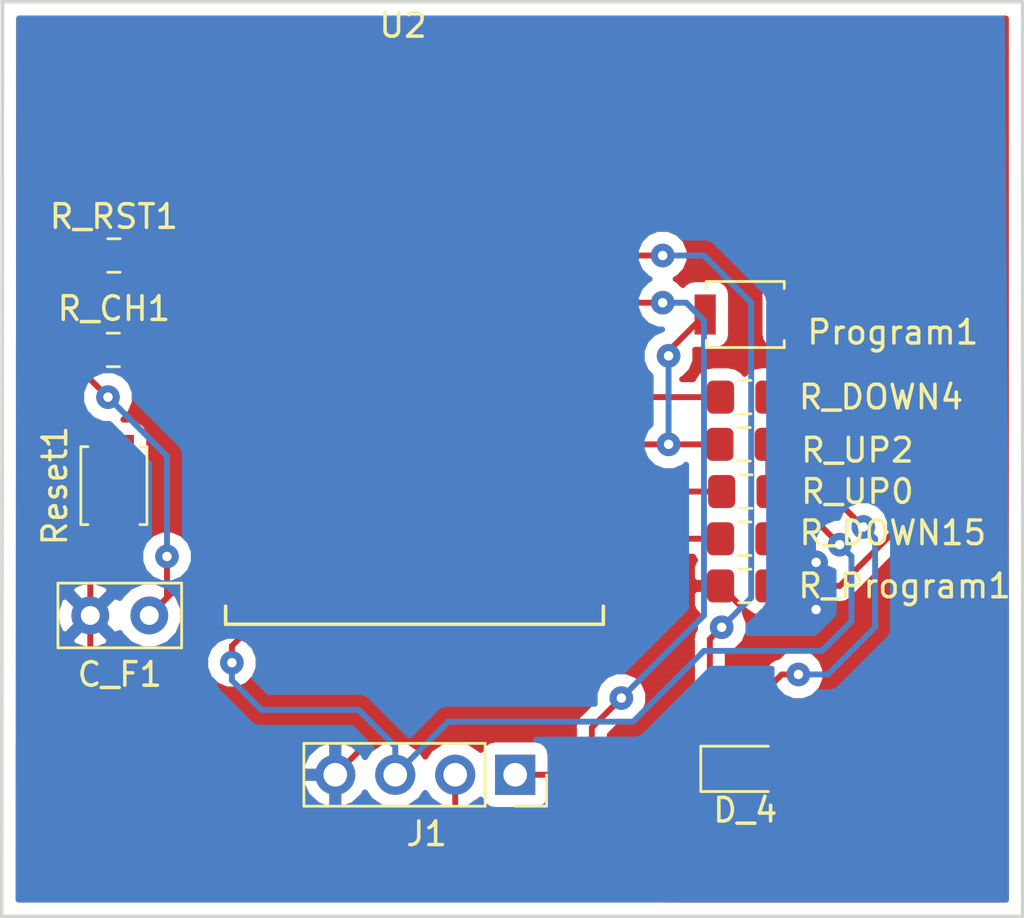
<source format=kicad_pcb>
(kicad_pcb (version 20171130) (host pcbnew "(5.0.0)")

  (general
    (thickness 1.6)
    (drawings 4)
    (tracks 130)
    (zones 0)
    (modules 13)
    (nets 25)
  )

  (page A4)
  (layers
    (0 F.Cu signal hide)
    (31 B.Cu signal)
    (32 B.Adhes user)
    (33 F.Adhes user)
    (34 B.Paste user)
    (35 F.Paste user)
    (36 B.SilkS user)
    (37 F.SilkS user)
    (38 B.Mask user)
    (39 F.Mask user)
    (40 Dwgs.User user)
    (41 Cmts.User user)
    (42 Eco1.User user)
    (43 Eco2.User user)
    (44 Edge.Cuts user)
    (45 Margin user)
    (46 B.CrtYd user)
    (47 F.CrtYd user)
    (48 B.Fab user)
    (49 F.Fab user)
  )

  (setup
    (last_trace_width 0.25)
    (trace_clearance 0.25)
    (zone_clearance 0.508)
    (zone_45_only no)
    (trace_min 0.2)
    (segment_width 0.2)
    (edge_width 0.15)
    (via_size 1)
    (via_drill 0.4)
    (via_min_size 0.4)
    (via_min_drill 0.3)
    (uvia_size 0.3)
    (uvia_drill 0.1)
    (uvias_allowed no)
    (uvia_min_size 0.2)
    (uvia_min_drill 0.1)
    (pcb_text_width 0.3)
    (pcb_text_size 1.5 1.5)
    (mod_edge_width 0.15)
    (mod_text_size 1 1)
    (mod_text_width 0.15)
    (pad_size 1.524 1.524)
    (pad_drill 0.762)
    (pad_to_mask_clearance 0.2)
    (aux_axis_origin 0 0)
    (visible_elements 7FFFFFFF)
    (pcbplotparams
      (layerselection 0x010fc_ffffffff)
      (usegerberextensions false)
      (usegerberattributes false)
      (usegerberadvancedattributes false)
      (creategerberjobfile false)
      (excludeedgelayer true)
      (linewidth 0.100000)
      (plotframeref false)
      (viasonmask false)
      (mode 1)
      (useauxorigin false)
      (hpglpennumber 1)
      (hpglpenspeed 20)
      (hpglpendiameter 15.000000)
      (psnegative false)
      (psa4output false)
      (plotreference true)
      (plotvalue true)
      (plotinvisibletext false)
      (padsonsilk false)
      (subtractmaskfromsilk false)
      (outputformat 1)
      (mirror false)
      (drillshape 1)
      (scaleselection 1)
      (outputdirectory ""))
  )

  (net 0 "")
  (net 1 Rx)
  (net 2 GND)
  (net 3 +3V3)
  (net 4 Tx)
  (net 5 "Net-(D_4-Pad2)")
  (net 6 "Net-(Program1-Pad1)")
  (net 7 "Net-(Program1-Pad2)")
  (net 8 "Net-(R_CH1-Pad1)")
  (net 9 "Net-(R_DOWN4-Pad1)")
  (net 10 "Net-(R_DOWN15-Pad1)")
  (net 11 "Net-(R_RST1-Pad2)")
  (net 12 "Net-(R_UP2-Pad1)")
  (net 13 "Net-(U2-Pad2)")
  (net 14 "Net-(U2-Pad4)")
  (net 15 "Net-(U2-Pad5)")
  (net 16 "Net-(U2-Pad6)")
  (net 17 "Net-(U2-Pad7)")
  (net 18 "Net-(U2-Pad14)")
  (net 19 "Net-(U2-Pad17)")
  (net 20 "Net-(U2-Pad18)")
  (net 21 "Net-(U2-Pad19)")
  (net 22 "Net-(U2-Pad20)")
  (net 23 "Net-(U2-Pad21)")
  (net 24 "Net-(U2-Pad22)")

  (net_class Default "This is the default net class."
    (clearance 0.25)
    (trace_width 0.25)
    (via_dia 1)
    (via_drill 0.4)
    (uvia_dia 0.3)
    (uvia_drill 0.1)
    (diff_pair_gap 0.25)
    (diff_pair_width 0.25)
    (add_net +3V3)
    (add_net GND)
    (add_net "Net-(D_4-Pad2)")
    (add_net "Net-(Program1-Pad1)")
    (add_net "Net-(Program1-Pad2)")
    (add_net "Net-(R_CH1-Pad1)")
    (add_net "Net-(R_DOWN15-Pad1)")
    (add_net "Net-(R_DOWN4-Pad1)")
    (add_net "Net-(R_RST1-Pad2)")
    (add_net "Net-(R_UP2-Pad1)")
    (add_net "Net-(U2-Pad14)")
    (add_net "Net-(U2-Pad17)")
    (add_net "Net-(U2-Pad18)")
    (add_net "Net-(U2-Pad19)")
    (add_net "Net-(U2-Pad2)")
    (add_net "Net-(U2-Pad20)")
    (add_net "Net-(U2-Pad21)")
    (add_net "Net-(U2-Pad22)")
    (add_net "Net-(U2-Pad4)")
    (add_net "Net-(U2-Pad5)")
    (add_net "Net-(U2-Pad6)")
    (add_net "Net-(U2-Pad7)")
    (add_net Rx)
    (add_net Tx)
  )

  (module Connector_PinSocket_2.54mm:PinSocket_1x04_P2.54mm_Vertical (layer F.Cu) (tedit 5A19A429) (tstamp 5BCD6C35)
    (at 198.25 57 270)
    (descr "Through hole straight socket strip, 1x04, 2.54mm pitch, single row (from Kicad 4.0.7), script generated")
    (tags "Through hole socket strip THT 1x04 2.54mm single row")
    (path /5BB1C2B8)
    (fp_text reference J1 (at 2.5 3.75) (layer F.SilkS)
      (effects (font (size 1 1) (thickness 0.15)))
    )
    (fp_text value Conector_ESP (at -2.25 4) (layer F.Fab)
      (effects (font (size 1 1) (thickness 0.15)))
    )
    (fp_line (start -1.27 -1.27) (end 0.635 -1.27) (layer F.Fab) (width 0.1))
    (fp_line (start 0.635 -1.27) (end 1.27 -0.635) (layer F.Fab) (width 0.1))
    (fp_line (start 1.27 -0.635) (end 1.27 8.89) (layer F.Fab) (width 0.1))
    (fp_line (start 1.27 8.89) (end -1.27 8.89) (layer F.Fab) (width 0.1))
    (fp_line (start -1.27 8.89) (end -1.27 -1.27) (layer F.Fab) (width 0.1))
    (fp_line (start -1.33 1.27) (end 1.33 1.27) (layer F.SilkS) (width 0.12))
    (fp_line (start -1.33 1.27) (end -1.33 8.95) (layer F.SilkS) (width 0.12))
    (fp_line (start -1.33 8.95) (end 1.33 8.95) (layer F.SilkS) (width 0.12))
    (fp_line (start 1.33 1.27) (end 1.33 8.95) (layer F.SilkS) (width 0.12))
    (fp_line (start 1.33 -1.33) (end 1.33 0) (layer F.SilkS) (width 0.12))
    (fp_line (start 0 -1.33) (end 1.33 -1.33) (layer F.SilkS) (width 0.12))
    (fp_line (start -1.8 -1.8) (end 1.75 -1.8) (layer F.CrtYd) (width 0.05))
    (fp_line (start 1.75 -1.8) (end 1.75 9.4) (layer F.CrtYd) (width 0.05))
    (fp_line (start 1.75 9.4) (end -1.8 9.4) (layer F.CrtYd) (width 0.05))
    (fp_line (start -1.8 9.4) (end -1.8 -1.8) (layer F.CrtYd) (width 0.05))
    (fp_text user %R (at 0 3.81) (layer F.Fab)
      (effects (font (size 1 1) (thickness 0.15)))
    )
    (pad 1 thru_hole rect (at 0 0 270) (size 1.7 1.7) (drill 1) (layers *.Cu *.Mask)
      (net 1 Rx))
    (pad 2 thru_hole oval (at 0 2.54 270) (size 1.7 1.7) (drill 1) (layers *.Cu *.Mask)
      (net 4 Tx))
    (pad 3 thru_hole oval (at 0 5.08 270) (size 1.7 1.7) (drill 1) (layers *.Cu *.Mask)
      (net 3 +3V3))
    (pad 4 thru_hole oval (at 0 7.62 270) (size 1.7 1.7) (drill 1) (layers *.Cu *.Mask)
      (net 2 GND))
    (model ${KISYS3DMOD}/Connector_PinSocket_2.54mm.3dshapes/PinSocket_1x04_P2.54mm_Vertical.wrl
      (at (xyz 0 0 0))
      (scale (xyz 1 1 1))
      (rotate (xyz 0 0 0))
    )
  )

  (module Capacitor_THT:C_Disc_D5.0mm_W2.5mm_P2.50mm (layer F.Cu) (tedit 5AE50EF0) (tstamp 5BCDA8A5)
    (at 182.75 50.25 180)
    (descr "C, Disc series, Radial, pin pitch=2.50mm, , diameter*width=5*2.5mm^2, Capacitor, http://cdn-reichelt.de/documents/datenblatt/B300/DS_KERKO_TC.pdf")
    (tags "C Disc series Radial pin pitch 2.50mm  diameter 5mm width 2.5mm Capacitor")
    (path /5BA98C4F)
    (fp_text reference C_F1 (at 1.25 -2.5 180) (layer F.SilkS)
      (effects (font (size 1 1) (thickness 0.15)))
    )
    (fp_text value 100n (at 1.25 2.5 180) (layer F.Fab)
      (effects (font (size 1 1) (thickness 0.15)))
    )
    (fp_line (start -1.25 -1.25) (end -1.25 1.25) (layer F.Fab) (width 0.1))
    (fp_line (start -1.25 1.25) (end 3.75 1.25) (layer F.Fab) (width 0.1))
    (fp_line (start 3.75 1.25) (end 3.75 -1.25) (layer F.Fab) (width 0.1))
    (fp_line (start 3.75 -1.25) (end -1.25 -1.25) (layer F.Fab) (width 0.1))
    (fp_line (start -1.37 -1.37) (end 3.87 -1.37) (layer F.SilkS) (width 0.12))
    (fp_line (start -1.37 1.37) (end 3.87 1.37) (layer F.SilkS) (width 0.12))
    (fp_line (start -1.37 -1.37) (end -1.37 1.37) (layer F.SilkS) (width 0.12))
    (fp_line (start 3.87 -1.37) (end 3.87 1.37) (layer F.SilkS) (width 0.12))
    (fp_line (start -1.5 -1.5) (end -1.5 1.5) (layer F.CrtYd) (width 0.05))
    (fp_line (start -1.5 1.5) (end 4 1.5) (layer F.CrtYd) (width 0.05))
    (fp_line (start 4 1.5) (end 4 -1.5) (layer F.CrtYd) (width 0.05))
    (fp_line (start 4 -1.5) (end -1.5 -1.5) (layer F.CrtYd) (width 0.05))
    (fp_text user %R (at 1.25 0 180) (layer F.Fab)
      (effects (font (size 1 1) (thickness 0.15)))
    )
    (pad 1 thru_hole circle (at 0 0 180) (size 1.6 1.6) (drill 0.8) (layers *.Cu *.Mask)
      (net 3 +3V3))
    (pad 2 thru_hole circle (at 2.5 0 180) (size 1.6 1.6) (drill 0.8) (layers *.Cu *.Mask)
      (net 2 GND))
    (model ${KISYS3DMOD}/Capacitor_THT.3dshapes/C_Disc_D5.0mm_W2.5mm_P2.50mm.wrl
      (at (xyz 0 0 0))
      (scale (xyz 1 1 1))
      (rotate (xyz 0 0 0))
    )
  )

  (module LED_SMD:LED_0805_2012Metric_Pad1.15x1.40mm_HandSolder (layer F.Cu) (tedit 5B4B45C9) (tstamp 5BCDA8B8)
    (at 207.975 56.75)
    (descr "LED SMD 0805 (2012 Metric), square (rectangular) end terminal, IPC_7351 nominal, (Body size source: https://docs.google.com/spreadsheets/d/1BsfQQcO9C6DZCsRaXUlFlo91Tg2WpOkGARC1WS5S8t0/edit?usp=sharing), generated with kicad-footprint-generator")
    (tags "LED handsolder")
    (path /5BAF2C11)
    (attr smd)
    (fp_text reference D_4 (at 0.025 1.75) (layer F.SilkS)
      (effects (font (size 1 1) (thickness 0.15)))
    )
    (fp_text value LED (at 0.025 0) (layer F.Fab)
      (effects (font (size 1 1) (thickness 0.15)))
    )
    (fp_line (start 1 -0.6) (end -0.7 -0.6) (layer F.Fab) (width 0.1))
    (fp_line (start -0.7 -0.6) (end -1 -0.3) (layer F.Fab) (width 0.1))
    (fp_line (start -1 -0.3) (end -1 0.6) (layer F.Fab) (width 0.1))
    (fp_line (start -1 0.6) (end 1 0.6) (layer F.Fab) (width 0.1))
    (fp_line (start 1 0.6) (end 1 -0.6) (layer F.Fab) (width 0.1))
    (fp_line (start 1 -0.96) (end -1.86 -0.96) (layer F.SilkS) (width 0.12))
    (fp_line (start -1.86 -0.96) (end -1.86 0.96) (layer F.SilkS) (width 0.12))
    (fp_line (start -1.86 0.96) (end 1 0.96) (layer F.SilkS) (width 0.12))
    (fp_line (start -1.85 0.95) (end -1.85 -0.95) (layer F.CrtYd) (width 0.05))
    (fp_line (start -1.85 -0.95) (end 1.85 -0.95) (layer F.CrtYd) (width 0.05))
    (fp_line (start 1.85 -0.95) (end 1.85 0.95) (layer F.CrtYd) (width 0.05))
    (fp_line (start 1.85 0.95) (end -1.85 0.95) (layer F.CrtYd) (width 0.05))
    (fp_text user %R (at 0 0) (layer F.Fab)
      (effects (font (size 0.5 0.5) (thickness 0.08)))
    )
    (pad 1 smd roundrect (at -1.025 0) (size 1.15 1.4) (layers F.Cu F.Paste F.Mask) (roundrect_rratio 0.217391)
      (net 2 GND))
    (pad 2 smd roundrect (at 1.025 0) (size 1.15 1.4) (layers F.Cu F.Paste F.Mask) (roundrect_rratio 0.217391)
      (net 5 "Net-(D_4-Pad2)"))
    (model ${KISYS3DMOD}/LED_SMD.3dshapes/LED_0805_2012Metric.wrl
      (at (xyz 0 0 0))
      (scale (xyz 1 1 1))
      (rotate (xyz 0 0 0))
    )
  )

  (module Button_Switch_SMD:SW_SPST_B3U-1000P (layer F.Cu) (tedit 5A02FC95) (tstamp 5BCDA8CE)
    (at 208 37.5)
    (descr "Ultra-small-sized Tactile Switch with High Contact Reliability, Top-actuated Model, without Ground Terminal, without Boss")
    (tags "Tactile Switch")
    (path /5BA7E4D0)
    (attr smd)
    (fp_text reference Program1 (at 6.25 0.75 180) (layer F.SilkS)
      (effects (font (size 1 1) (thickness 0.15)))
    )
    (fp_text value Jumper (at 0.25 -0.25 180) (layer F.Fab)
      (effects (font (size 1 1) (thickness 0.15)))
    )
    (fp_text user %R (at 6.25 0.75 180) (layer F.Fab)
      (effects (font (size 1 1) (thickness 0.15)))
    )
    (fp_line (start -2.4 1.65) (end 2.4 1.65) (layer F.CrtYd) (width 0.05))
    (fp_line (start 2.4 1.65) (end 2.4 -1.65) (layer F.CrtYd) (width 0.05))
    (fp_line (start 2.4 -1.65) (end -2.4 -1.65) (layer F.CrtYd) (width 0.05))
    (fp_line (start -2.4 -1.65) (end -2.4 1.65) (layer F.CrtYd) (width 0.05))
    (fp_line (start -1.65 1.1) (end -1.65 1.4) (layer F.SilkS) (width 0.12))
    (fp_line (start -1.65 1.4) (end 1.65 1.4) (layer F.SilkS) (width 0.12))
    (fp_line (start 1.65 1.4) (end 1.65 1.1) (layer F.SilkS) (width 0.12))
    (fp_line (start -1.65 -1.1) (end -1.65 -1.4) (layer F.SilkS) (width 0.12))
    (fp_line (start -1.65 -1.4) (end 1.65 -1.4) (layer F.SilkS) (width 0.12))
    (fp_line (start 1.65 -1.4) (end 1.65 -1.1) (layer F.SilkS) (width 0.12))
    (fp_line (start -1.5 -1.25) (end 1.5 -1.25) (layer F.Fab) (width 0.1))
    (fp_line (start 1.5 -1.25) (end 1.5 1.25) (layer F.Fab) (width 0.1))
    (fp_line (start 1.5 1.25) (end -1.5 1.25) (layer F.Fab) (width 0.1))
    (fp_line (start -1.5 1.25) (end -1.5 -1.25) (layer F.Fab) (width 0.1))
    (fp_circle (center 0 0) (end 0.75 0) (layer F.Fab) (width 0.1))
    (pad 1 smd rect (at -1.7 0) (size 0.9 1.7) (layers F.Cu F.Paste F.Mask)
      (net 6 "Net-(Program1-Pad1)"))
    (pad 2 smd rect (at 1.7 0) (size 0.9 1.7) (layers F.Cu F.Paste F.Mask)
      (net 7 "Net-(Program1-Pad2)"))
    (model ${KISYS3DMOD}/Button_Switch_SMD.3dshapes/SW_SPST_B3U-1000P.wrl
      (at (xyz 0 0 0))
      (scale (xyz 1 1 1))
      (rotate (xyz 0 0 0))
    )
  )

  (module Resistor_SMD:R_0805_2012Metric_Pad1.15x1.40mm_HandSolder (layer F.Cu) (tedit 5B36C52B) (tstamp 5BCDA8DF)
    (at 181.225 39 180)
    (descr "Resistor SMD 0805 (2012 Metric), square (rectangular) end terminal, IPC_7351 nominal with elongated pad for handsoldering. (Body size source: https://docs.google.com/spreadsheets/d/1BsfQQcO9C6DZCsRaXUlFlo91Tg2WpOkGARC1WS5S8t0/edit?usp=sharing), generated with kicad-footprint-generator")
    (tags "resistor handsolder")
    (path /5BA889B6)
    (attr smd)
    (fp_text reference R_CH1 (at -0.025 1.75 180) (layer F.SilkS)
      (effects (font (size 1 1) (thickness 0.15)))
    )
    (fp_text value 10k (at 0 0 180) (layer F.Fab)
      (effects (font (size 1 1) (thickness 0.15)))
    )
    (fp_line (start -1 0.6) (end -1 -0.6) (layer F.Fab) (width 0.1))
    (fp_line (start -1 -0.6) (end 1 -0.6) (layer F.Fab) (width 0.1))
    (fp_line (start 1 -0.6) (end 1 0.6) (layer F.Fab) (width 0.1))
    (fp_line (start 1 0.6) (end -1 0.6) (layer F.Fab) (width 0.1))
    (fp_line (start -0.261252 -0.71) (end 0.261252 -0.71) (layer F.SilkS) (width 0.12))
    (fp_line (start -0.261252 0.71) (end 0.261252 0.71) (layer F.SilkS) (width 0.12))
    (fp_line (start -1.85 0.95) (end -1.85 -0.95) (layer F.CrtYd) (width 0.05))
    (fp_line (start -1.85 -0.95) (end 1.85 -0.95) (layer F.CrtYd) (width 0.05))
    (fp_line (start 1.85 -0.95) (end 1.85 0.95) (layer F.CrtYd) (width 0.05))
    (fp_line (start 1.85 0.95) (end -1.85 0.95) (layer F.CrtYd) (width 0.05))
    (fp_text user %R (at 0 0 180) (layer F.Fab)
      (effects (font (size 0.5 0.5) (thickness 0.08)))
    )
    (pad 1 smd roundrect (at -1.025 0 180) (size 1.15 1.4) (layers F.Cu F.Paste F.Mask) (roundrect_rratio 0.217391)
      (net 8 "Net-(R_CH1-Pad1)"))
    (pad 2 smd roundrect (at 1.025 0 180) (size 1.15 1.4) (layers F.Cu F.Paste F.Mask) (roundrect_rratio 0.217391)
      (net 3 +3V3))
    (model ${KISYS3DMOD}/Resistor_SMD.3dshapes/R_0805_2012Metric.wrl
      (at (xyz 0 0 0))
      (scale (xyz 1 1 1))
      (rotate (xyz 0 0 0))
    )
  )

  (module Resistor_SMD:R_0805_2012Metric_Pad1.15x1.40mm_HandSolder (layer F.Cu) (tedit 5B36C52B) (tstamp 5BCDA8F0)
    (at 207.975 41)
    (descr "Resistor SMD 0805 (2012 Metric), square (rectangular) end terminal, IPC_7351 nominal with elongated pad for handsoldering. (Body size source: https://docs.google.com/spreadsheets/d/1BsfQQcO9C6DZCsRaXUlFlo91Tg2WpOkGARC1WS5S8t0/edit?usp=sharing), generated with kicad-footprint-generator")
    (tags "resistor handsolder")
    (path /5BAF29E2)
    (attr smd)
    (fp_text reference R_DOWN4 (at 5.775 0) (layer F.SilkS)
      (effects (font (size 1 1) (thickness 0.15)))
    )
    (fp_text value 470 (at 0 1.65) (layer F.Fab)
      (effects (font (size 1 1) (thickness 0.15)))
    )
    (fp_line (start -1 0.6) (end -1 -0.6) (layer F.Fab) (width 0.1))
    (fp_line (start -1 -0.6) (end 1 -0.6) (layer F.Fab) (width 0.1))
    (fp_line (start 1 -0.6) (end 1 0.6) (layer F.Fab) (width 0.1))
    (fp_line (start 1 0.6) (end -1 0.6) (layer F.Fab) (width 0.1))
    (fp_line (start -0.261252 -0.71) (end 0.261252 -0.71) (layer F.SilkS) (width 0.12))
    (fp_line (start -0.261252 0.71) (end 0.261252 0.71) (layer F.SilkS) (width 0.12))
    (fp_line (start -1.85 0.95) (end -1.85 -0.95) (layer F.CrtYd) (width 0.05))
    (fp_line (start -1.85 -0.95) (end 1.85 -0.95) (layer F.CrtYd) (width 0.05))
    (fp_line (start 1.85 -0.95) (end 1.85 0.95) (layer F.CrtYd) (width 0.05))
    (fp_line (start 1.85 0.95) (end -1.85 0.95) (layer F.CrtYd) (width 0.05))
    (fp_text user %R (at 0 0) (layer F.Fab)
      (effects (font (size 0.5 0.5) (thickness 0.08)))
    )
    (pad 1 smd roundrect (at -1.025 0) (size 1.15 1.4) (layers F.Cu F.Paste F.Mask) (roundrect_rratio 0.217391)
      (net 9 "Net-(R_DOWN4-Pad1)"))
    (pad 2 smd roundrect (at 1.025 0) (size 1.15 1.4) (layers F.Cu F.Paste F.Mask) (roundrect_rratio 0.217391)
      (net 5 "Net-(D_4-Pad2)"))
    (model ${KISYS3DMOD}/Resistor_SMD.3dshapes/R_0805_2012Metric.wrl
      (at (xyz 0 0 0))
      (scale (xyz 1 1 1))
      (rotate (xyz 0 0 0))
    )
  )

  (module Resistor_SMD:R_0805_2012Metric_Pad1.15x1.40mm_HandSolder (layer F.Cu) (tedit 5B36C52B) (tstamp 5BCDA901)
    (at 207.975 47)
    (descr "Resistor SMD 0805 (2012 Metric), square (rectangular) end terminal, IPC_7351 nominal with elongated pad for handsoldering. (Body size source: https://docs.google.com/spreadsheets/d/1BsfQQcO9C6DZCsRaXUlFlo91Tg2WpOkGARC1WS5S8t0/edit?usp=sharing), generated with kicad-footprint-generator")
    (tags "resistor handsolder")
    (path /5BA89894)
    (attr smd)
    (fp_text reference R_DOWN15 (at 6.275 -0.25) (layer F.SilkS)
      (effects (font (size 1 1) (thickness 0.15)))
    )
    (fp_text value 10k (at 0 1.65) (layer F.Fab)
      (effects (font (size 1 1) (thickness 0.15)))
    )
    (fp_text user %R (at 0 0) (layer F.Fab)
      (effects (font (size 0.5 0.5) (thickness 0.08)))
    )
    (fp_line (start 1.85 0.95) (end -1.85 0.95) (layer F.CrtYd) (width 0.05))
    (fp_line (start 1.85 -0.95) (end 1.85 0.95) (layer F.CrtYd) (width 0.05))
    (fp_line (start -1.85 -0.95) (end 1.85 -0.95) (layer F.CrtYd) (width 0.05))
    (fp_line (start -1.85 0.95) (end -1.85 -0.95) (layer F.CrtYd) (width 0.05))
    (fp_line (start -0.261252 0.71) (end 0.261252 0.71) (layer F.SilkS) (width 0.12))
    (fp_line (start -0.261252 -0.71) (end 0.261252 -0.71) (layer F.SilkS) (width 0.12))
    (fp_line (start 1 0.6) (end -1 0.6) (layer F.Fab) (width 0.1))
    (fp_line (start 1 -0.6) (end 1 0.6) (layer F.Fab) (width 0.1))
    (fp_line (start -1 -0.6) (end 1 -0.6) (layer F.Fab) (width 0.1))
    (fp_line (start -1 0.6) (end -1 -0.6) (layer F.Fab) (width 0.1))
    (pad 2 smd roundrect (at 1.025 0) (size 1.15 1.4) (layers F.Cu F.Paste F.Mask) (roundrect_rratio 0.217391)
      (net 2 GND))
    (pad 1 smd roundrect (at -1.025 0) (size 1.15 1.4) (layers F.Cu F.Paste F.Mask) (roundrect_rratio 0.217391)
      (net 10 "Net-(R_DOWN15-Pad1)"))
    (model ${KISYS3DMOD}/Resistor_SMD.3dshapes/R_0805_2012Metric.wrl
      (at (xyz 0 0 0))
      (scale (xyz 1 1 1))
      (rotate (xyz 0 0 0))
    )
  )

  (module Resistor_SMD:R_0805_2012Metric_Pad1.15x1.40mm_HandSolder (layer F.Cu) (tedit 5B36C52B) (tstamp 5BCDA912)
    (at 207.975 49 180)
    (descr "Resistor SMD 0805 (2012 Metric), square (rectangular) end terminal, IPC_7351 nominal with elongated pad for handsoldering. (Body size source: https://docs.google.com/spreadsheets/d/1BsfQQcO9C6DZCsRaXUlFlo91Tg2WpOkGARC1WS5S8t0/edit?usp=sharing), generated with kicad-footprint-generator")
    (tags "resistor handsolder")
    (path /5BA7E89C)
    (attr smd)
    (fp_text reference R_Program1 (at -6.775 0 180) (layer F.SilkS)
      (effects (font (size 1 1) (thickness 0.15)))
    )
    (fp_text value 470 (at 0 1.65 180) (layer F.Fab)
      (effects (font (size 1 1) (thickness 0.15)))
    )
    (fp_text user %R (at 0 0 180) (layer F.Fab)
      (effects (font (size 0.5 0.5) (thickness 0.08)))
    )
    (fp_line (start 1.85 0.95) (end -1.85 0.95) (layer F.CrtYd) (width 0.05))
    (fp_line (start 1.85 -0.95) (end 1.85 0.95) (layer F.CrtYd) (width 0.05))
    (fp_line (start -1.85 -0.95) (end 1.85 -0.95) (layer F.CrtYd) (width 0.05))
    (fp_line (start -1.85 0.95) (end -1.85 -0.95) (layer F.CrtYd) (width 0.05))
    (fp_line (start -0.261252 0.71) (end 0.261252 0.71) (layer F.SilkS) (width 0.12))
    (fp_line (start -0.261252 -0.71) (end 0.261252 -0.71) (layer F.SilkS) (width 0.12))
    (fp_line (start 1 0.6) (end -1 0.6) (layer F.Fab) (width 0.1))
    (fp_line (start 1 -0.6) (end 1 0.6) (layer F.Fab) (width 0.1))
    (fp_line (start -1 -0.6) (end 1 -0.6) (layer F.Fab) (width 0.1))
    (fp_line (start -1 0.6) (end -1 -0.6) (layer F.Fab) (width 0.1))
    (pad 2 smd roundrect (at 1.025 0 180) (size 1.15 1.4) (layers F.Cu F.Paste F.Mask) (roundrect_rratio 0.217391)
      (net 2 GND))
    (pad 1 smd roundrect (at -1.025 0 180) (size 1.15 1.4) (layers F.Cu F.Paste F.Mask) (roundrect_rratio 0.217391)
      (net 7 "Net-(Program1-Pad2)"))
    (model ${KISYS3DMOD}/Resistor_SMD.3dshapes/R_0805_2012Metric.wrl
      (at (xyz 0 0 0))
      (scale (xyz 1 1 1))
      (rotate (xyz 0 0 0))
    )
  )

  (module Resistor_SMD:R_0805_2012Metric_Pad1.15x1.40mm_HandSolder (layer F.Cu) (tedit 5B36C52B) (tstamp 5BCDA923)
    (at 181.25 35)
    (descr "Resistor SMD 0805 (2012 Metric), square (rectangular) end terminal, IPC_7351 nominal with elongated pad for handsoldering. (Body size source: https://docs.google.com/spreadsheets/d/1BsfQQcO9C6DZCsRaXUlFlo91Tg2WpOkGARC1WS5S8t0/edit?usp=sharing), generated with kicad-footprint-generator")
    (tags "resistor handsolder")
    (path /5BA88958)
    (attr smd)
    (fp_text reference R_RST1 (at 0 -1.65) (layer F.SilkS)
      (effects (font (size 1 1) (thickness 0.15)))
    )
    (fp_text value 10k (at 0 0) (layer F.Fab)
      (effects (font (size 1 1) (thickness 0.15)))
    )
    (fp_text user %R (at 0 0) (layer F.Fab)
      (effects (font (size 0.5 0.5) (thickness 0.08)))
    )
    (fp_line (start 1.85 0.95) (end -1.85 0.95) (layer F.CrtYd) (width 0.05))
    (fp_line (start 1.85 -0.95) (end 1.85 0.95) (layer F.CrtYd) (width 0.05))
    (fp_line (start -1.85 -0.95) (end 1.85 -0.95) (layer F.CrtYd) (width 0.05))
    (fp_line (start -1.85 0.95) (end -1.85 -0.95) (layer F.CrtYd) (width 0.05))
    (fp_line (start -0.261252 0.71) (end 0.261252 0.71) (layer F.SilkS) (width 0.12))
    (fp_line (start -0.261252 -0.71) (end 0.261252 -0.71) (layer F.SilkS) (width 0.12))
    (fp_line (start 1 0.6) (end -1 0.6) (layer F.Fab) (width 0.1))
    (fp_line (start 1 -0.6) (end 1 0.6) (layer F.Fab) (width 0.1))
    (fp_line (start -1 -0.6) (end 1 -0.6) (layer F.Fab) (width 0.1))
    (fp_line (start -1 0.6) (end -1 -0.6) (layer F.Fab) (width 0.1))
    (pad 2 smd roundrect (at 1.025 0) (size 1.15 1.4) (layers F.Cu F.Paste F.Mask) (roundrect_rratio 0.217391)
      (net 11 "Net-(R_RST1-Pad2)"))
    (pad 1 smd roundrect (at -1.025 0) (size 1.15 1.4) (layers F.Cu F.Paste F.Mask) (roundrect_rratio 0.217391)
      (net 3 +3V3))
    (model ${KISYS3DMOD}/Resistor_SMD.3dshapes/R_0805_2012Metric.wrl
      (at (xyz 0 0 0))
      (scale (xyz 1 1 1))
      (rotate (xyz 0 0 0))
    )
  )

  (module Resistor_SMD:R_0805_2012Metric_Pad1.15x1.40mm_HandSolder (layer F.Cu) (tedit 5B36C52B) (tstamp 5BCDA934)
    (at 207.95 43 180)
    (descr "Resistor SMD 0805 (2012 Metric), square (rectangular) end terminal, IPC_7351 nominal with elongated pad for handsoldering. (Body size source: https://docs.google.com/spreadsheets/d/1BsfQQcO9C6DZCsRaXUlFlo91Tg2WpOkGARC1WS5S8t0/edit?usp=sharing), generated with kicad-footprint-generator")
    (tags "resistor handsolder")
    (path /5BA8969A)
    (attr smd)
    (fp_text reference R_UP0 (at -4.8 -2 180) (layer F.SilkS)
      (effects (font (size 1 1) (thickness 0.15)))
    )
    (fp_text value 10k (at 0 1.65 180) (layer F.Fab)
      (effects (font (size 1 1) (thickness 0.15)))
    )
    (fp_text user %R (at 0 0 180) (layer F.Fab)
      (effects (font (size 0.5 0.5) (thickness 0.08)))
    )
    (fp_line (start 1.85 0.95) (end -1.85 0.95) (layer F.CrtYd) (width 0.05))
    (fp_line (start 1.85 -0.95) (end 1.85 0.95) (layer F.CrtYd) (width 0.05))
    (fp_line (start -1.85 -0.95) (end 1.85 -0.95) (layer F.CrtYd) (width 0.05))
    (fp_line (start -1.85 0.95) (end -1.85 -0.95) (layer F.CrtYd) (width 0.05))
    (fp_line (start -0.261252 0.71) (end 0.261252 0.71) (layer F.SilkS) (width 0.12))
    (fp_line (start -0.261252 -0.71) (end 0.261252 -0.71) (layer F.SilkS) (width 0.12))
    (fp_line (start 1 0.6) (end -1 0.6) (layer F.Fab) (width 0.1))
    (fp_line (start 1 -0.6) (end 1 0.6) (layer F.Fab) (width 0.1))
    (fp_line (start -1 -0.6) (end 1 -0.6) (layer F.Fab) (width 0.1))
    (fp_line (start -1 0.6) (end -1 -0.6) (layer F.Fab) (width 0.1))
    (pad 2 smd roundrect (at 1.025 0 180) (size 1.15 1.4) (layers F.Cu F.Paste F.Mask) (roundrect_rratio 0.217391)
      (net 6 "Net-(Program1-Pad1)"))
    (pad 1 smd roundrect (at -1.025 0 180) (size 1.15 1.4) (layers F.Cu F.Paste F.Mask) (roundrect_rratio 0.217391)
      (net 3 +3V3))
    (model ${KISYS3DMOD}/Resistor_SMD.3dshapes/R_0805_2012Metric.wrl
      (at (xyz 0 0 0))
      (scale (xyz 1 1 1))
      (rotate (xyz 0 0 0))
    )
  )

  (module Resistor_SMD:R_0805_2012Metric_Pad1.15x1.40mm_HandSolder (layer F.Cu) (tedit 5B36C52B) (tstamp 5BCDA945)
    (at 208.025 45)
    (descr "Resistor SMD 0805 (2012 Metric), square (rectangular) end terminal, IPC_7351 nominal with elongated pad for handsoldering. (Body size source: https://docs.google.com/spreadsheets/d/1BsfQQcO9C6DZCsRaXUlFlo91Tg2WpOkGARC1WS5S8t0/edit?usp=sharing), generated with kicad-footprint-generator")
    (tags "resistor handsolder")
    (path /5BA89836)
    (attr smd)
    (fp_text reference R_UP2 (at 4.725 -1.75) (layer F.SilkS)
      (effects (font (size 1 1) (thickness 0.15)))
    )
    (fp_text value 10k (at 0 1.65) (layer F.Fab)
      (effects (font (size 1 1) (thickness 0.15)))
    )
    (fp_line (start -1 0.6) (end -1 -0.6) (layer F.Fab) (width 0.1))
    (fp_line (start -1 -0.6) (end 1 -0.6) (layer F.Fab) (width 0.1))
    (fp_line (start 1 -0.6) (end 1 0.6) (layer F.Fab) (width 0.1))
    (fp_line (start 1 0.6) (end -1 0.6) (layer F.Fab) (width 0.1))
    (fp_line (start -0.261252 -0.71) (end 0.261252 -0.71) (layer F.SilkS) (width 0.12))
    (fp_line (start -0.261252 0.71) (end 0.261252 0.71) (layer F.SilkS) (width 0.12))
    (fp_line (start -1.85 0.95) (end -1.85 -0.95) (layer F.CrtYd) (width 0.05))
    (fp_line (start -1.85 -0.95) (end 1.85 -0.95) (layer F.CrtYd) (width 0.05))
    (fp_line (start 1.85 -0.95) (end 1.85 0.95) (layer F.CrtYd) (width 0.05))
    (fp_line (start 1.85 0.95) (end -1.85 0.95) (layer F.CrtYd) (width 0.05))
    (fp_text user %R (at 0 0) (layer F.Fab)
      (effects (font (size 0.5 0.5) (thickness 0.08)))
    )
    (pad 1 smd roundrect (at -1.025 0) (size 1.15 1.4) (layers F.Cu F.Paste F.Mask) (roundrect_rratio 0.217391)
      (net 12 "Net-(R_UP2-Pad1)"))
    (pad 2 smd roundrect (at 1.025 0) (size 1.15 1.4) (layers F.Cu F.Paste F.Mask) (roundrect_rratio 0.217391)
      (net 3 +3V3))
    (model ${KISYS3DMOD}/Resistor_SMD.3dshapes/R_0805_2012Metric.wrl
      (at (xyz 0 0 0))
      (scale (xyz 1 1 1))
      (rotate (xyz 0 0 0))
    )
  )

  (module Button_Switch_SMD:SW_SPST_B3U-1000P (layer F.Cu) (tedit 5A02FC95) (tstamp 5BCDA95B)
    (at 181.25 44.75 270)
    (descr "Ultra-small-sized Tactile Switch with High Contact Reliability, Top-actuated Model, without Ground Terminal, without Boss")
    (tags "Tactile Switch")
    (path /5BA7E812)
    (attr smd)
    (fp_text reference Reset1 (at 0 2.5 270) (layer F.SilkS)
      (effects (font (size 1 1) (thickness 0.15)))
    )
    (fp_text value Jumper (at 0 0 270) (layer F.Fab)
      (effects (font (size 1 1) (thickness 0.15)))
    )
    (fp_circle (center 0 0) (end 0.75 0) (layer F.Fab) (width 0.1))
    (fp_line (start -1.5 1.25) (end -1.5 -1.25) (layer F.Fab) (width 0.1))
    (fp_line (start 1.5 1.25) (end -1.5 1.25) (layer F.Fab) (width 0.1))
    (fp_line (start 1.5 -1.25) (end 1.5 1.25) (layer F.Fab) (width 0.1))
    (fp_line (start -1.5 -1.25) (end 1.5 -1.25) (layer F.Fab) (width 0.1))
    (fp_line (start 1.65 -1.4) (end 1.65 -1.1) (layer F.SilkS) (width 0.12))
    (fp_line (start -1.65 -1.4) (end 1.65 -1.4) (layer F.SilkS) (width 0.12))
    (fp_line (start -1.65 -1.1) (end -1.65 -1.4) (layer F.SilkS) (width 0.12))
    (fp_line (start 1.65 1.4) (end 1.65 1.1) (layer F.SilkS) (width 0.12))
    (fp_line (start -1.65 1.4) (end 1.65 1.4) (layer F.SilkS) (width 0.12))
    (fp_line (start -1.65 1.1) (end -1.65 1.4) (layer F.SilkS) (width 0.12))
    (fp_line (start -2.4 -1.65) (end -2.4 1.65) (layer F.CrtYd) (width 0.05))
    (fp_line (start 2.4 -1.65) (end -2.4 -1.65) (layer F.CrtYd) (width 0.05))
    (fp_line (start 2.4 1.65) (end 2.4 -1.65) (layer F.CrtYd) (width 0.05))
    (fp_line (start -2.4 1.65) (end 2.4 1.65) (layer F.CrtYd) (width 0.05))
    (fp_text user %R (at 0 2.5 270) (layer F.Fab)
      (effects (font (size 1 1) (thickness 0.15)))
    )
    (pad 2 smd rect (at 1.7 0 270) (size 0.9 1.7) (layers F.Cu F.Paste F.Mask)
      (net 2 GND))
    (pad 1 smd rect (at -1.7 0 270) (size 0.9 1.7) (layers F.Cu F.Paste F.Mask)
      (net 11 "Net-(R_RST1-Pad2)"))
    (model ${KISYS3DMOD}/Button_Switch_SMD.3dshapes/SW_SPST_B3U-1000P.wrl
      (at (xyz 0 0 0))
      (scale (xyz 1 1 1))
      (rotate (xyz 0 0 0))
    )
  )

  (module ESP8266:ESP-12E_SMD (layer F.Cu) (tedit 58FB7FFE) (tstamp 5BC13A5A)
    (at 187 35)
    (descr "Module, ESP-8266, ESP-12, 16 pad, SMD")
    (tags "Module ESP-8266 ESP8266")
    (path /5BA88742)
    (fp_text reference U2 (at 6.5 -9.75 180) (layer F.SilkS)
      (effects (font (size 1 1) (thickness 0.15)))
    )
    (fp_text value ESP-12E (at 5.08 6.35 90) (layer F.Fab) hide
      (effects (font (size 1 1) (thickness 0.15)))
    )
    (fp_line (start -2.25 -0.5) (end -2.25 -8.75) (layer F.CrtYd) (width 0.05))
    (fp_line (start -2.25 -8.75) (end 15.25 -8.75) (layer F.CrtYd) (width 0.05))
    (fp_line (start 15.25 -8.75) (end 16.25 -8.75) (layer F.CrtYd) (width 0.05))
    (fp_line (start 16.25 -8.75) (end 16.25 16) (layer F.CrtYd) (width 0.05))
    (fp_line (start 16.25 16) (end -2.25 16) (layer F.CrtYd) (width 0.05))
    (fp_line (start -2.25 16) (end -2.25 -0.5) (layer F.CrtYd) (width 0.05))
    (fp_line (start -1.016 -8.382) (end 14.986 -8.382) (layer F.CrtYd) (width 0.1524))
    (fp_line (start 14.986 -8.382) (end 14.986 -0.889) (layer F.CrtYd) (width 0.1524))
    (fp_line (start -1.016 -8.382) (end -1.016 -1.016) (layer F.CrtYd) (width 0.1524))
    (fp_line (start -1.016 14.859) (end -1.016 15.621) (layer F.SilkS) (width 0.1524))
    (fp_line (start -1.016 15.621) (end 14.986 15.621) (layer F.SilkS) (width 0.1524))
    (fp_line (start 14.986 15.621) (end 14.986 14.859) (layer F.SilkS) (width 0.1524))
    (fp_line (start 14.992 -8.4) (end -1.008 -2.6) (layer F.CrtYd) (width 0.1524))
    (fp_line (start -1.008 -8.4) (end 14.992 -2.6) (layer F.CrtYd) (width 0.1524))
    (fp_text user "No Copper" (at 6.892 -5.4) (layer F.CrtYd)
      (effects (font (size 1 1) (thickness 0.15)))
    )
    (fp_line (start -1.008 -2.6) (end 14.992 -2.6) (layer F.CrtYd) (width 0.1524))
    (fp_line (start 15 -8.4) (end 15 15.6) (layer F.Fab) (width 0.05))
    (fp_line (start 14.992 15.6) (end -1.008 15.6) (layer F.Fab) (width 0.05))
    (fp_line (start -1.008 15.6) (end -1.008 -8.4) (layer F.Fab) (width 0.05))
    (fp_line (start -1.008 -8.4) (end 14.992 -8.4) (layer F.Fab) (width 0.05))
    (pad 1 smd rect (at 0 0) (size 2.5 1.1) (drill (offset -0.7 0)) (layers F.Cu F.Paste F.Mask)
      (net 11 "Net-(R_RST1-Pad2)"))
    (pad 2 smd rect (at 0 2) (size 2.5 1.1) (drill (offset -0.7 0)) (layers F.Cu F.Paste F.Mask)
      (net 13 "Net-(U2-Pad2)"))
    (pad 3 smd rect (at 0 4) (size 2.5 1.1) (drill (offset -0.7 0)) (layers F.Cu F.Paste F.Mask)
      (net 8 "Net-(R_CH1-Pad1)"))
    (pad 4 smd rect (at 0 6) (size 2.5 1.1) (drill (offset -0.7 0)) (layers F.Cu F.Paste F.Mask)
      (net 14 "Net-(U2-Pad4)"))
    (pad 5 smd rect (at 0 8) (size 2.5 1.1) (drill (offset -0.7 0)) (layers F.Cu F.Paste F.Mask)
      (net 15 "Net-(U2-Pad5)"))
    (pad 6 smd rect (at 0 10) (size 2.5 1.1) (drill (offset -0.7 0)) (layers F.Cu F.Paste F.Mask)
      (net 16 "Net-(U2-Pad6)"))
    (pad 7 smd rect (at 0 12) (size 2.5 1.1) (drill (offset -0.7 0)) (layers F.Cu F.Paste F.Mask)
      (net 17 "Net-(U2-Pad7)"))
    (pad 8 smd rect (at 0 14) (size 2.5 1.1) (drill (offset -0.7 0)) (layers F.Cu F.Paste F.Mask)
      (net 3 +3V3))
    (pad 9 smd rect (at 14 14) (size 2.5 1.1) (drill (offset 0.7 0)) (layers F.Cu F.Paste F.Mask)
      (net 2 GND))
    (pad 10 smd rect (at 14 12) (size 2.5 1.1) (drill (offset 0.7 0)) (layers F.Cu F.Paste F.Mask)
      (net 10 "Net-(R_DOWN15-Pad1)"))
    (pad 11 smd rect (at 14 10) (size 2.5 1.1) (drill (offset 0.7 0)) (layers F.Cu F.Paste F.Mask)
      (net 12 "Net-(R_UP2-Pad1)"))
    (pad 12 smd rect (at 14 8) (size 2.5 1.1) (drill (offset 0.7 0)) (layers F.Cu F.Paste F.Mask)
      (net 6 "Net-(Program1-Pad1)"))
    (pad 13 smd rect (at 14 6) (size 2.5 1.1) (drill (offset 0.7 0)) (layers F.Cu F.Paste F.Mask)
      (net 9 "Net-(R_DOWN4-Pad1)"))
    (pad 14 smd rect (at 14 4) (size 2.5 1.1) (drill (offset 0.7 0)) (layers F.Cu F.Paste F.Mask)
      (net 18 "Net-(U2-Pad14)"))
    (pad 15 smd rect (at 14 2) (size 2.5 1.1) (drill (offset 0.7 0)) (layers F.Cu F.Paste F.Mask)
      (net 1 Rx))
    (pad 16 smd rect (at 14 0) (size 2.5 1.1) (drill (offset 0.7 0)) (layers F.Cu F.Paste F.Mask)
      (net 4 Tx))
    (pad 17 smd rect (at 1.99 15 90) (size 2.5 1.1) (drill (offset -0.7 0)) (layers F.Cu F.Paste F.Mask)
      (net 19 "Net-(U2-Pad17)"))
    (pad 18 smd rect (at 3.99 15 90) (size 2.5 1.1) (drill (offset -0.7 0)) (layers F.Cu F.Paste F.Mask)
      (net 20 "Net-(U2-Pad18)"))
    (pad 19 smd rect (at 5.99 15 90) (size 2.5 1.1) (drill (offset -0.7 0)) (layers F.Cu F.Paste F.Mask)
      (net 21 "Net-(U2-Pad19)"))
    (pad 20 smd rect (at 7.99 15 90) (size 2.5 1.1) (drill (offset -0.7 0)) (layers F.Cu F.Paste F.Mask)
      (net 22 "Net-(U2-Pad20)"))
    (pad 21 smd rect (at 9.99 15 90) (size 2.5 1.1) (drill (offset -0.7 0)) (layers F.Cu F.Paste F.Mask)
      (net 23 "Net-(U2-Pad21)"))
    (pad 22 smd rect (at 11.99 15 90) (size 2.5 1.1) (drill (offset -0.7 0)) (layers F.Cu F.Paste F.Mask)
      (net 24 "Net-(U2-Pad22)"))
    (model ${ESPLIB}/ESP8266.3dshapes/ESP-12.wrl
      (at (xyz 0 0 0))
      (scale (xyz 0.3937 0.3937 0.3937))
      (rotate (xyz 0 0 0))
    )
  )

  (gr_line (start 219.75 24.25) (end 176.5 24.25) (layer Edge.Cuts) (width 0.15))
  (gr_line (start 219.75 63) (end 219.75 24.25) (layer Edge.Cuts) (width 0.15))
  (gr_line (start 176.52 63) (end 219.75 63) (layer Edge.Cuts) (width 0.15))
  (gr_line (start 176.53 24.25) (end 176.5 63) (layer Edge.Cuts) (width 0.15))

  (via (at 204.5 37) (size 1) (drill 0.4) (layers F.Cu B.Cu) (net 1))
  (segment (start 201 37) (end 204.5 37) (width 0.25) (layer F.Cu) (net 1))
  (segment (start 204.5 37) (end 205.5 37) (width 0.25) (layer B.Cu) (net 1))
  (segment (start 205.5 37) (end 206.25 37.75) (width 0.25) (layer B.Cu) (net 1))
  (via (at 202.75 53.75) (size 1) (drill 0.4) (layers F.Cu B.Cu) (net 1))
  (segment (start 206.25 37.75) (end 206.25 50.25) (width 0.25) (layer B.Cu) (net 1))
  (segment (start 206.25 50.25) (end 202.75 53.75) (width 0.25) (layer B.Cu) (net 1))
  (segment (start 202.75 53.75) (end 201.5 55) (width 0.25) (layer F.Cu) (net 1))
  (segment (start 201.5 55) (end 201.5 56.25) (width 0.25) (layer F.Cu) (net 1))
  (segment (start 200.75 57) (end 198.25 57) (width 0.25) (layer F.Cu) (net 1))
  (segment (start 201.5 56.25) (end 200.75 57) (width 0.25) (layer F.Cu) (net 1))
  (segment (start 206.95 49) (end 202.25 49) (width 0.25) (layer F.Cu) (net 2))
  (segment (start 209 47) (end 209.675 47) (width 0.25) (layer F.Cu) (net 2))
  (via (at 211 48) (size 1) (drill 0.4) (layers F.Cu B.Cu) (net 2))
  (segment (start 209.675 47) (end 210 47) (width 0.25) (layer F.Cu) (net 2))
  (segment (start 210 47) (end 211 48) (width 0.25) (layer F.Cu) (net 2))
  (segment (start 211 48) (end 211 48.707106) (width 0.25) (layer B.Cu) (net 2))
  (via (at 211 50) (size 1) (drill 0.4) (layers F.Cu B.Cu) (net 2))
  (segment (start 211 48.707106) (end 211 50) (width 0.25) (layer B.Cu) (net 2))
  (segment (start 208.25 50.3) (end 206.95 49) (width 0.25) (layer F.Cu) (net 2))
  (segment (start 211 50) (end 210.25 50.75) (width 0.25) (layer F.Cu) (net 2))
  (segment (start 208.3 50.3) (end 208.75 50.75) (width 0.25) (layer F.Cu) (net 2))
  (segment (start 208.25 50.3) (end 208.3 50.3) (width 0.25) (layer F.Cu) (net 2))
  (segment (start 207.573372 56.126628) (end 207.573372 52.676628) (width 0.25) (layer F.Cu) (net 2))
  (segment (start 206.95 56.75) (end 207.573372 56.126628) (width 0.25) (layer F.Cu) (net 2))
  (segment (start 208.375001 51.874999) (end 209.5 50.75) (width 0.25) (layer F.Cu) (net 2))
  (segment (start 207.573372 52.676628) (end 208.375001 51.874999) (width 0.25) (layer F.Cu) (net 2))
  (segment (start 210.25 50.75) (end 209.5 50.75) (width 0.25) (layer F.Cu) (net 2))
  (segment (start 209.5 50.75) (end 208.75 50.75) (width 0.25) (layer F.Cu) (net 2))
  (segment (start 181.25 46.45) (end 181.25 47.75) (width 0.25) (layer F.Cu) (net 2))
  (segment (start 180.25 48.75) (end 180.25 50.25) (width 0.25) (layer F.Cu) (net 2))
  (segment (start 181.25 47.75) (end 180.25 48.75) (width 0.25) (layer F.Cu) (net 2))
  (segment (start 180.25 50.25) (end 180.25 53) (width 0.25) (layer F.Cu) (net 2))
  (segment (start 184.25 57) (end 190.63 57) (width 0.25) (layer F.Cu) (net 2))
  (segment (start 180.25 53) (end 184.25 57) (width 0.25) (layer F.Cu) (net 2))
  (segment (start 201 52.25) (end 201 49) (width 0.25) (layer F.Cu) (net 2))
  (segment (start 199.5 53.75) (end 201 52.25) (width 0.25) (layer F.Cu) (net 2))
  (segment (start 190.63 57) (end 193.88 53.75) (width 0.25) (layer F.Cu) (net 2))
  (segment (start 193.88 53.75) (end 199.5 53.75) (width 0.25) (layer F.Cu) (net 2))
  (segment (start 208.975 44.925) (end 209.05 45) (width 0.25) (layer F.Cu) (net 3))
  (segment (start 208.975 43) (end 208.975 44.925) (width 0.25) (layer F.Cu) (net 3))
  (via (at 212 47.25) (size 1) (drill 0.4) (layers F.Cu B.Cu) (net 3))
  (segment (start 209.05 45) (end 209.75 45) (width 0.25) (layer F.Cu) (net 3))
  (segment (start 209.75 45) (end 212 47.25) (width 0.25) (layer F.Cu) (net 3))
  (segment (start 212 47.25) (end 212.5 47.75) (width 0.25) (layer B.Cu) (net 3))
  (segment (start 212.5 47.75) (end 212.5 50.5) (width 0.25) (layer B.Cu) (net 3))
  (segment (start 212.5 50.5) (end 211.25 51.75) (width 0.25) (layer B.Cu) (net 3))
  (segment (start 211.25 51.75) (end 206.25 51.75) (width 0.25) (layer B.Cu) (net 3))
  (segment (start 206.25 51.75) (end 203.25 54.75) (width 0.25) (layer B.Cu) (net 3))
  (segment (start 195.42 54.75) (end 193.17 57) (width 0.25) (layer B.Cu) (net 3))
  (segment (start 203.25 54.75) (end 195.42 54.75) (width 0.25) (layer B.Cu) (net 3))
  (segment (start 180.225 38.975) (end 180.2 39) (width 0.25) (layer F.Cu) (net 3))
  (segment (start 180.225 35) (end 180.225 38.975) (width 0.25) (layer F.Cu) (net 3))
  (via (at 181 41) (size 1) (drill 0.4) (layers F.Cu B.Cu) (net 3))
  (segment (start 180.2 39) (end 180.2 40.2) (width 0.25) (layer F.Cu) (net 3))
  (segment (start 180.2 40.2) (end 181 41) (width 0.25) (layer F.Cu) (net 3))
  (via (at 183.5 47.75) (size 1) (drill 0.4) (layers F.Cu B.Cu) (net 3))
  (segment (start 181 41) (end 183.5 43.5) (width 0.25) (layer B.Cu) (net 3))
  (segment (start 183.5 43.5) (end 183.5 47.75) (width 0.25) (layer B.Cu) (net 3))
  (segment (start 183.5 49.5) (end 182.75 50.25) (width 0.25) (layer F.Cu) (net 3))
  (segment (start 183.5 47.75) (end 183.5 49.5) (width 0.25) (layer F.Cu) (net 3))
  (segment (start 184 49) (end 182.75 50.25) (width 0.25) (layer F.Cu) (net 3))
  (segment (start 187 49) (end 184 49) (width 0.25) (layer F.Cu) (net 3))
  (segment (start 193.17 55.797919) (end 191.622081 54.25) (width 0.25) (layer B.Cu) (net 3))
  (segment (start 193.17 57) (end 193.17 55.797919) (width 0.25) (layer B.Cu) (net 3))
  (segment (start 191.622081 54.25) (end 187.5 54.25) (width 0.25) (layer B.Cu) (net 3))
  (via (at 186.25 52.25) (size 1) (drill 0.4) (layers F.Cu B.Cu) (net 3))
  (segment (start 187.5 54.25) (end 186.25 53) (width 0.25) (layer B.Cu) (net 3))
  (segment (start 186.25 53) (end 186.25 52.25) (width 0.25) (layer B.Cu) (net 3))
  (segment (start 187 50.792894) (end 187 49) (width 0.25) (layer F.Cu) (net 3))
  (segment (start 186.25 51.542894) (end 187 50.792894) (width 0.25) (layer F.Cu) (net 3))
  (segment (start 186.25 52.25) (end 186.25 51.542894) (width 0.25) (layer F.Cu) (net 3))
  (via (at 204.5 35) (size 1) (drill 0.4) (layers F.Cu B.Cu) (net 4))
  (segment (start 201 35) (end 204.5 35) (width 0.25) (layer F.Cu) (net 4))
  (segment (start 204.5 35) (end 205.207106 35) (width 0.25) (layer B.Cu) (net 4))
  (segment (start 205.207106 35) (end 206.25 35) (width 0.25) (layer B.Cu) (net 4))
  (segment (start 206.25 35) (end 208.25 37) (width 0.25) (layer B.Cu) (net 4))
  (via (at 207 50.75) (size 1) (drill 0.4) (layers F.Cu B.Cu) (net 4))
  (segment (start 208.25 37) (end 208.25 49.5) (width 0.25) (layer B.Cu) (net 4))
  (segment (start 208.25 49.5) (end 207 50.75) (width 0.25) (layer B.Cu) (net 4))
  (segment (start 195.71 58.71) (end 195.71 57) (width 0.25) (layer F.Cu) (net 4))
  (segment (start 196.75 59.75) (end 195.71 58.71) (width 0.25) (layer F.Cu) (net 4))
  (segment (start 200.25 59.75) (end 196.75 59.75) (width 0.25) (layer F.Cu) (net 4))
  (segment (start 206.5 53.5) (end 200.25 59.75) (width 0.25) (layer F.Cu) (net 4))
  (segment (start 207 50.75) (end 206.5 51.25) (width 0.25) (layer F.Cu) (net 4))
  (segment (start 206.5 51.25) (end 206.5 53.5) (width 0.25) (layer F.Cu) (net 4))
  (segment (start 209 41) (end 209.675 41) (width 0.25) (layer F.Cu) (net 5))
  (segment (start 209.675 41) (end 210.5 41) (width 0.25) (layer F.Cu) (net 5))
  (segment (start 210.5 41) (end 212 42.5) (width 0.25) (layer F.Cu) (net 5))
  (via (at 213 46.5) (size 1) (drill 0.4) (layers F.Cu B.Cu) (net 5))
  (segment (start 212 42.5) (end 212 45.5) (width 0.25) (layer F.Cu) (net 5))
  (segment (start 212 45.5) (end 213 46.5) (width 0.25) (layer F.Cu) (net 5))
  (segment (start 213 46.5) (end 213.5 47) (width 0.25) (layer B.Cu) (net 5))
  (segment (start 213.5 47) (end 213.5 50.75) (width 0.25) (layer B.Cu) (net 5))
  (via (at 210.25 52.75) (size 1) (drill 0.4) (layers F.Cu B.Cu) (net 5))
  (segment (start 213.5 50.75) (end 211.5 52.75) (width 0.25) (layer B.Cu) (net 5))
  (segment (start 211.5 52.75) (end 210.25 52.75) (width 0.25) (layer B.Cu) (net 5))
  (segment (start 209 55.95) (end 209 56.75) (width 0.25) (layer F.Cu) (net 5))
  (segment (start 209 53.292894) (end 209 55.95) (width 0.25) (layer F.Cu) (net 5))
  (segment (start 209.542894 52.75) (end 209 53.292894) (width 0.25) (layer F.Cu) (net 5))
  (segment (start 210.25 52.75) (end 209.542894 52.75) (width 0.25) (layer F.Cu) (net 5))
  (segment (start 204 43) (end 201 43) (width 0.25) (layer F.Cu) (net 6))
  (via (at 204.75 39.25) (size 1) (drill 0.4) (layers F.Cu B.Cu) (net 6))
  (via (at 204.75 43) (size 1) (drill 0.4) (layers F.Cu B.Cu) (net 6))
  (segment (start 204.75 39.25) (end 204.75 43) (width 0.25) (layer B.Cu) (net 6))
  (segment (start 206.925 43) (end 204.75 43) (width 0.25) (layer F.Cu) (net 6))
  (segment (start 204.75 43) (end 204 43) (width 0.25) (layer F.Cu) (net 6))
  (segment (start 204.75 39.05) (end 206.3 37.5) (width 0.25) (layer F.Cu) (net 6))
  (segment (start 204.75 39.25) (end 204.75 39.05) (width 0.25) (layer F.Cu) (net 6))
  (segment (start 212 49) (end 209 49) (width 0.25) (layer F.Cu) (net 7))
  (segment (start 214.25 46.75) (end 212 49) (width 0.25) (layer F.Cu) (net 7))
  (segment (start 214.25 39.25) (end 214.25 39.5) (width 0.25) (layer F.Cu) (net 7))
  (segment (start 212.5 37.5) (end 214.25 39.25) (width 0.25) (layer F.Cu) (net 7))
  (segment (start 209.7 37.5) (end 212.5 37.5) (width 0.25) (layer F.Cu) (net 7))
  (segment (start 214.25 39.45) (end 214.25 39.5) (width 0.25) (layer F.Cu) (net 7))
  (segment (start 214.25 39.5) (end 214.25 46.75) (width 0.25) (layer F.Cu) (net 7))
  (segment (start 187 39) (end 182.25 39) (width 0.25) (layer F.Cu) (net 8))
  (segment (start 206.95 41) (end 202.25 41) (width 0.25) (layer F.Cu) (net 9))
  (segment (start 206.95 47) (end 202.25 47) (width 0.25) (layer F.Cu) (net 10))
  (segment (start 187 35) (end 182.275 35) (width 0.25) (layer F.Cu) (net 11))
  (segment (start 178.5 40.7) (end 180.85 43.05) (width 0.25) (layer F.Cu) (net 11))
  (segment (start 178.5 33.75) (end 178.5 40.7) (width 0.25) (layer F.Cu) (net 11))
  (segment (start 182.275 35) (end 182.275 34.2) (width 0.25) (layer F.Cu) (net 11))
  (segment (start 182.275 34.2) (end 182.25 34.175) (width 0.25) (layer F.Cu) (net 11))
  (segment (start 182.25 34.175) (end 182.25 33.5) (width 0.25) (layer F.Cu) (net 11))
  (segment (start 182.25 33.5) (end 181.75 33) (width 0.25) (layer F.Cu) (net 11))
  (segment (start 181.75 33) (end 179.25 33) (width 0.25) (layer F.Cu) (net 11))
  (segment (start 180.85 43.05) (end 181.25 43.05) (width 0.25) (layer F.Cu) (net 11))
  (segment (start 179.25 33) (end 178.5 33.75) (width 0.25) (layer F.Cu) (net 11))
  (segment (start 207 45) (end 202.25 45) (width 0.25) (layer F.Cu) (net 12))

  (zone (net 2) (net_name GND) (layer F.Cu) (tstamp 0) (hatch edge 0.508)
    (connect_pads (clearance 0.508))
    (min_thickness 0.254)
    (fill yes (arc_segments 16) (thermal_gap 0.508) (thermal_bridge_width 0.508))
    (polygon
      (pts
        (xy 177 24.75) (xy 177.25 62.25) (xy 219.25 62.5) (xy 219.25 24.75)
      )
    )
    (filled_polygon
      (pts
        (xy 219.04 62.29) (xy 205.306395 62.29) (xy 177.376161 62.123748) (xy 177.344383 57.356892) (xy 189.188514 57.356892)
        (xy 189.434817 57.881358) (xy 189.863076 58.271645) (xy 190.27311 58.441476) (xy 190.503 58.320155) (xy 190.503 57.127)
        (xy 189.309181 57.127) (xy 189.188514 57.356892) (xy 177.344383 57.356892) (xy 177.339625 56.643108) (xy 189.188514 56.643108)
        (xy 189.309181 56.873) (xy 190.503 56.873) (xy 190.503 55.679845) (xy 190.27311 55.558524) (xy 189.863076 55.728355)
        (xy 189.434817 56.118642) (xy 189.188514 56.643108) (xy 177.339625 56.643108) (xy 177.303722 51.257745) (xy 179.421861 51.257745)
        (xy 179.495995 51.503864) (xy 180.033223 51.696965) (xy 180.603454 51.669778) (xy 181.004005 51.503864) (xy 181.078139 51.257745)
        (xy 180.25 50.429605) (xy 179.421861 51.257745) (xy 177.303722 51.257745) (xy 177.295558 50.033223) (xy 178.803035 50.033223)
        (xy 178.830222 50.603454) (xy 178.996136 51.004005) (xy 179.242255 51.078139) (xy 180.070395 50.25) (xy 179.242255 49.421861)
        (xy 178.996136 49.495995) (xy 178.803035 50.033223) (xy 177.295558 50.033223) (xy 177.290285 49.242255) (xy 179.421861 49.242255)
        (xy 180.25 50.070395) (xy 181.078139 49.242255) (xy 181.004005 48.996136) (xy 180.466777 48.803035) (xy 179.896546 48.830222)
        (xy 179.495995 48.996136) (xy 179.421861 49.242255) (xy 177.290285 49.242255) (xy 177.273575 46.73575) (xy 179.765 46.73575)
        (xy 179.765 47.026309) (xy 179.861673 47.259698) (xy 180.040301 47.438327) (xy 180.27369 47.535) (xy 180.96425 47.535)
        (xy 181.123 47.37625) (xy 181.123 46.577) (xy 179.92375 46.577) (xy 179.765 46.73575) (xy 177.273575 46.73575)
        (xy 177.267828 45.873691) (xy 179.765 45.873691) (xy 179.765 46.16425) (xy 179.92375 46.323) (xy 181.123 46.323)
        (xy 181.123 45.52375) (xy 181.377 45.52375) (xy 181.377 46.323) (xy 182.57625 46.323) (xy 182.735 46.16425)
        (xy 182.735 45.873691) (xy 182.638327 45.640302) (xy 182.459699 45.461673) (xy 182.22631 45.365) (xy 181.53575 45.365)
        (xy 181.377 45.52375) (xy 181.123 45.52375) (xy 180.96425 45.365) (xy 180.27369 45.365) (xy 180.040301 45.461673)
        (xy 179.861673 45.640302) (xy 179.765 45.873691) (xy 177.267828 45.873691) (xy 177.227896 39.883998) (xy 177.232644 33.75)
        (xy 177.725112 33.75) (xy 177.74 33.824847) (xy 177.740001 40.625148) (xy 177.725112 40.7) (xy 177.740001 40.774852)
        (xy 177.784097 40.996537) (xy 177.952072 41.247929) (xy 178.015528 41.290329) (xy 179.75256 43.027362) (xy 179.75256 43.5)
        (xy 179.801843 43.747765) (xy 179.942191 43.957809) (xy 180.152235 44.098157) (xy 180.4 44.14744) (xy 182.1 44.14744)
        (xy 182.347765 44.098157) (xy 182.557809 43.957809) (xy 182.698157 43.747765) (xy 182.74744 43.5) (xy 182.74744 42.6)
        (xy 182.698157 42.352235) (xy 182.557809 42.142191) (xy 182.347765 42.001843) (xy 182.1 41.95256) (xy 181.652573 41.95256)
        (xy 181.962207 41.642926) (xy 182.135 41.225766) (xy 182.135 40.774234) (xy 181.962207 40.357074) (xy 181.952573 40.34744)
        (xy 182.575001 40.34744) (xy 182.918436 40.279127) (xy 183.209586 40.084586) (xy 183.404127 39.793436) (xy 183.410778 39.76)
        (xy 184.444331 39.76) (xy 184.451843 39.797765) (xy 184.586973 40) (xy 184.451843 40.202235) (xy 184.40256 40.45)
        (xy 184.40256 41.55) (xy 184.451843 41.797765) (xy 184.586973 42) (xy 184.451843 42.202235) (xy 184.40256 42.45)
        (xy 184.40256 43.55) (xy 184.451843 43.797765) (xy 184.586973 44) (xy 184.451843 44.202235) (xy 184.40256 44.45)
        (xy 184.40256 45.55) (xy 184.451843 45.797765) (xy 184.586973 46) (xy 184.451843 46.202235) (xy 184.40256 46.45)
        (xy 184.40256 47.047427) (xy 184.142926 46.787793) (xy 183.725766 46.615) (xy 183.274234 46.615) (xy 182.857074 46.787793)
        (xy 182.735 46.909867) (xy 182.735 46.73575) (xy 182.57625 46.577) (xy 181.377 46.577) (xy 181.377 47.37625)
        (xy 181.53575 47.535) (xy 182.22631 47.535) (xy 182.388341 47.467885) (xy 182.365 47.524234) (xy 182.365 47.975766)
        (xy 182.537793 48.392926) (xy 182.74 48.595133) (xy 182.740001 48.815) (xy 182.464561 48.815) (xy 181.937138 49.033466)
        (xy 181.533466 49.437138) (xy 181.506475 49.502299) (xy 181.503864 49.495995) (xy 181.257745 49.421861) (xy 180.429605 50.25)
        (xy 181.257745 51.078139) (xy 181.503864 51.004005) (xy 181.50629 50.997254) (xy 181.533466 51.062862) (xy 181.937138 51.466534)
        (xy 182.464561 51.685) (xy 183.035439 51.685) (xy 183.562862 51.466534) (xy 183.966534 51.062862) (xy 184.185 50.535439)
        (xy 184.185 49.964561) (xy 184.163103 49.911698) (xy 184.314802 49.76) (xy 184.444331 49.76) (xy 184.451843 49.797765)
        (xy 184.592191 50.007809) (xy 184.802235 50.148157) (xy 185.05 50.19744) (xy 186.24 50.19744) (xy 186.24 50.478092)
        (xy 185.765528 50.952565) (xy 185.702072 50.994965) (xy 185.659672 51.058421) (xy 185.659671 51.058422) (xy 185.638951 51.089432)
        (xy 185.534097 51.246357) (xy 185.505687 51.38918) (xy 185.287793 51.607074) (xy 185.115 52.024234) (xy 185.115 52.475766)
        (xy 185.287793 52.892926) (xy 185.607074 53.212207) (xy 186.024234 53.385) (xy 186.475766 53.385) (xy 186.892926 53.212207)
        (xy 187.212207 52.892926) (xy 187.385 52.475766) (xy 187.385 52.024234) (xy 187.226387 51.641308) (xy 187.484473 51.383223)
        (xy 187.547929 51.340823) (xy 187.715904 51.089431) (xy 187.76 50.867746) (xy 187.76 50.867742) (xy 187.774888 50.792895)
        (xy 187.76 50.718048) (xy 187.76 50.155669) (xy 187.79256 50.149192) (xy 187.79256 51.95) (xy 187.841843 52.197765)
        (xy 187.982191 52.407809) (xy 188.192235 52.548157) (xy 188.44 52.59744) (xy 189.54 52.59744) (xy 189.787765 52.548157)
        (xy 189.99 52.413027) (xy 190.192235 52.548157) (xy 190.44 52.59744) (xy 191.54 52.59744) (xy 191.787765 52.548157)
        (xy 191.99 52.413027) (xy 192.192235 52.548157) (xy 192.44 52.59744) (xy 193.54 52.59744) (xy 193.787765 52.548157)
        (xy 193.99 52.413027) (xy 194.192235 52.548157) (xy 194.44 52.59744) (xy 195.54 52.59744) (xy 195.787765 52.548157)
        (xy 195.99 52.413027) (xy 196.192235 52.548157) (xy 196.44 52.59744) (xy 197.54 52.59744) (xy 197.787765 52.548157)
        (xy 197.99 52.413027) (xy 198.192235 52.548157) (xy 198.44 52.59744) (xy 199.54 52.59744) (xy 199.787765 52.548157)
        (xy 199.997809 52.407809) (xy 200.138157 52.197765) (xy 200.18744 51.95) (xy 200.18744 50.128563) (xy 200.323691 50.185)
        (xy 201.41425 50.185) (xy 201.573 50.02625) (xy 201.573 49.127) (xy 201.827 49.127) (xy 201.827 50.02625)
        (xy 201.98575 50.185) (xy 203.076309 50.185) (xy 203.309698 50.088327) (xy 203.488327 49.909699) (xy 203.585 49.67631)
        (xy 203.585 49.28575) (xy 203.42625 49.127) (xy 201.827 49.127) (xy 201.573 49.127) (xy 201.553 49.127)
        (xy 201.553 48.873) (xy 201.573 48.873) (xy 201.573 48.853) (xy 201.827 48.853) (xy 201.827 48.873)
        (xy 203.42625 48.873) (xy 203.585 48.71425) (xy 203.585 48.32369) (xy 203.488327 48.090301) (xy 203.406625 48.0086)
        (xy 203.407809 48.007809) (xy 203.548157 47.797765) (xy 203.555669 47.76) (xy 205.789222 47.76) (xy 205.795873 47.793436)
        (xy 205.871041 47.905933) (xy 205.836673 47.940301) (xy 205.74 48.17369) (xy 205.74 48.71425) (xy 205.89875 48.873)
        (xy 206.823 48.873) (xy 206.823 48.853) (xy 207.077 48.853) (xy 207.077 48.873) (xy 207.097 48.873)
        (xy 207.097 49.127) (xy 207.077 49.127) (xy 207.077 49.147) (xy 206.823 49.147) (xy 206.823 49.127)
        (xy 205.89875 49.127) (xy 205.74 49.28575) (xy 205.74 49.82631) (xy 205.836673 50.059699) (xy 205.992762 50.215788)
        (xy 205.865 50.524234) (xy 205.865 50.832382) (xy 205.784096 50.953464) (xy 205.74 51.175149) (xy 205.74 51.175153)
        (xy 205.725112 51.25) (xy 205.74 51.324847) (xy 205.740001 53.185197) (xy 199.935199 58.99) (xy 197.064802 58.99)
        (xy 196.47 58.395199) (xy 196.47 58.278178) (xy 196.780625 58.070625) (xy 196.792816 58.052381) (xy 196.801843 58.097765)
        (xy 196.942191 58.307809) (xy 197.152235 58.448157) (xy 197.4 58.49744) (xy 199.1 58.49744) (xy 199.347765 58.448157)
        (xy 199.557809 58.307809) (xy 199.698157 58.097765) (xy 199.74744 57.85) (xy 199.74744 57.76) (xy 200.675153 57.76)
        (xy 200.75 57.774888) (xy 200.824847 57.76) (xy 200.824852 57.76) (xy 201.046537 57.715904) (xy 201.297929 57.547929)
        (xy 201.340331 57.48447) (xy 201.984473 56.840329) (xy 202.047929 56.797929) (xy 202.215904 56.546537) (xy 202.26 56.324852)
        (xy 202.26 56.324848) (xy 202.274888 56.250001) (xy 202.26 56.175154) (xy 202.26 55.314801) (xy 202.689802 54.885)
        (xy 202.975766 54.885) (xy 203.392926 54.712207) (xy 203.712207 54.392926) (xy 203.885 53.975766) (xy 203.885 53.524234)
        (xy 203.712207 53.107074) (xy 203.392926 52.787793) (xy 202.975766 52.615) (xy 202.524234 52.615) (xy 202.107074 52.787793)
        (xy 201.787793 53.107074) (xy 201.615 53.524234) (xy 201.615 53.810198) (xy 201.01553 54.409669) (xy 200.952071 54.452071)
        (xy 200.784096 54.703464) (xy 200.74 54.925149) (xy 200.74 54.925153) (xy 200.725112 55) (xy 200.74 55.074847)
        (xy 200.740001 55.935198) (xy 200.435199 56.24) (xy 199.74744 56.24) (xy 199.74744 56.15) (xy 199.698157 55.902235)
        (xy 199.557809 55.692191) (xy 199.347765 55.551843) (xy 199.1 55.50256) (xy 197.4 55.50256) (xy 197.152235 55.551843)
        (xy 196.942191 55.692191) (xy 196.801843 55.902235) (xy 196.792816 55.947619) (xy 196.780625 55.929375) (xy 196.289418 55.601161)
        (xy 195.856256 55.515) (xy 195.563744 55.515) (xy 195.130582 55.601161) (xy 194.639375 55.929375) (xy 194.44 56.227761)
        (xy 194.240625 55.929375) (xy 193.749418 55.601161) (xy 193.316256 55.515) (xy 193.023744 55.515) (xy 192.590582 55.601161)
        (xy 192.099375 55.929375) (xy 191.886157 56.248478) (xy 191.825183 56.118642) (xy 191.396924 55.728355) (xy 190.98689 55.558524)
        (xy 190.757 55.679845) (xy 190.757 56.873) (xy 190.777 56.873) (xy 190.777 57.127) (xy 190.757 57.127)
        (xy 190.757 58.320155) (xy 190.98689 58.441476) (xy 191.396924 58.271645) (xy 191.825183 57.881358) (xy 191.886157 57.751522)
        (xy 192.099375 58.070625) (xy 192.590582 58.398839) (xy 193.023744 58.485) (xy 193.316256 58.485) (xy 193.749418 58.398839)
        (xy 194.240625 58.070625) (xy 194.44 57.772239) (xy 194.639375 58.070625) (xy 194.95 58.278178) (xy 194.95 58.635153)
        (xy 194.935112 58.71) (xy 194.95 58.784847) (xy 194.95 58.784851) (xy 194.994096 59.006536) (xy 195.162071 59.257929)
        (xy 195.22553 59.300331) (xy 196.159671 60.234473) (xy 196.202071 60.297929) (xy 196.453463 60.465904) (xy 196.675148 60.51)
        (xy 196.675152 60.51) (xy 196.749999 60.524888) (xy 196.824846 60.51) (xy 200.175153 60.51) (xy 200.25 60.524888)
        (xy 200.324847 60.51) (xy 200.324852 60.51) (xy 200.546537 60.465904) (xy 200.797929 60.297929) (xy 200.840331 60.23447)
        (xy 204.039051 57.03575) (xy 205.74 57.03575) (xy 205.74 57.57631) (xy 205.836673 57.809699) (xy 206.015302 57.988327)
        (xy 206.248691 58.085) (xy 206.66425 58.085) (xy 206.823 57.92625) (xy 206.823 56.877) (xy 205.89875 56.877)
        (xy 205.74 57.03575) (xy 204.039051 57.03575) (xy 205.151111 55.92369) (xy 205.74 55.92369) (xy 205.74 56.46425)
        (xy 205.89875 56.623) (xy 206.823 56.623) (xy 206.823 55.57375) (xy 207.077 55.57375) (xy 207.077 56.623)
        (xy 207.097 56.623) (xy 207.097 56.877) (xy 207.077 56.877) (xy 207.077 57.92625) (xy 207.23575 58.085)
        (xy 207.651309 58.085) (xy 207.884698 57.988327) (xy 208.039623 57.833403) (xy 208.040414 57.834586) (xy 208.331564 58.029127)
        (xy 208.674999 58.09744) (xy 209.325001 58.09744) (xy 209.668436 58.029127) (xy 209.959586 57.834586) (xy 210.154127 57.543436)
        (xy 210.22244 57.200001) (xy 210.22244 56.299999) (xy 210.154127 55.956564) (xy 209.959586 55.665414) (xy 209.76 55.532054)
        (xy 209.76 53.775551) (xy 210.024234 53.885) (xy 210.475766 53.885) (xy 210.892926 53.712207) (xy 211.212207 53.392926)
        (xy 211.385 52.975766) (xy 211.385 52.524234) (xy 211.212207 52.107074) (xy 210.892926 51.787793) (xy 210.475766 51.615)
        (xy 210.024234 51.615) (xy 209.607074 51.787793) (xy 209.38918 52.005687) (xy 209.246357 52.034096) (xy 208.994965 52.202071)
        (xy 208.952565 52.265528) (xy 208.51553 52.702563) (xy 208.452071 52.744965) (xy 208.284096 52.996358) (xy 208.24 53.218043)
        (xy 208.24 53.218047) (xy 208.225112 53.292894) (xy 208.24 53.367741) (xy 208.240001 55.532054) (xy 208.040414 55.665414)
        (xy 208.039623 55.666597) (xy 207.884698 55.511673) (xy 207.651309 55.415) (xy 207.23575 55.415) (xy 207.077 55.57375)
        (xy 206.823 55.57375) (xy 206.66425 55.415) (xy 206.248691 55.415) (xy 206.015302 55.511673) (xy 205.836673 55.690301)
        (xy 205.74 55.92369) (xy 205.151111 55.92369) (xy 206.984473 54.090329) (xy 207.047929 54.047929) (xy 207.156795 53.885)
        (xy 207.215904 53.796538) (xy 207.232678 53.712207) (xy 207.26 53.574852) (xy 207.26 53.574848) (xy 207.274888 53.5)
        (xy 207.26 53.425152) (xy 207.26 51.87082) (xy 207.642926 51.712207) (xy 207.962207 51.392926) (xy 208.135 50.975766)
        (xy 208.135 50.524234) (xy 207.977948 50.145077) (xy 208.039623 50.083403) (xy 208.040414 50.084586) (xy 208.331564 50.279127)
        (xy 208.674999 50.34744) (xy 209.325001 50.34744) (xy 209.668436 50.279127) (xy 209.959586 50.084586) (xy 210.154127 49.793436)
        (xy 210.160778 49.76) (xy 211.925153 49.76) (xy 212 49.774888) (xy 212.074847 49.76) (xy 212.074852 49.76)
        (xy 212.296537 49.715904) (xy 212.547929 49.547929) (xy 212.590331 49.48447) (xy 214.734473 47.340329) (xy 214.797929 47.297929)
        (xy 214.965904 47.046537) (xy 215.01 46.824852) (xy 215.01 46.824848) (xy 215.024888 46.75) (xy 215.01 46.675152)
        (xy 215.01 39.324848) (xy 215.024888 39.25) (xy 215.01 39.175152) (xy 215.01 39.175148) (xy 214.970218 38.975149)
        (xy 214.965904 38.953462) (xy 214.840329 38.765527) (xy 214.797929 38.702071) (xy 214.734473 38.659671) (xy 213.090331 37.01553)
        (xy 213.047929 36.952071) (xy 212.796537 36.784096) (xy 212.574852 36.74) (xy 212.574847 36.74) (xy 212.5 36.725112)
        (xy 212.425153 36.74) (xy 210.79744 36.74) (xy 210.79744 36.65) (xy 210.748157 36.402235) (xy 210.607809 36.192191)
        (xy 210.397765 36.051843) (xy 210.15 36.00256) (xy 209.25 36.00256) (xy 209.002235 36.051843) (xy 208.792191 36.192191)
        (xy 208.651843 36.402235) (xy 208.60256 36.65) (xy 208.60256 38.35) (xy 208.651843 38.597765) (xy 208.792191 38.807809)
        (xy 209.002235 38.948157) (xy 209.25 38.99744) (xy 210.15 38.99744) (xy 210.397765 38.948157) (xy 210.607809 38.807809)
        (xy 210.748157 38.597765) (xy 210.79744 38.35) (xy 210.79744 38.26) (xy 212.185199 38.26) (xy 213.49 39.564802)
        (xy 213.490001 45.474449) (xy 213.225766 45.365) (xy 212.939801 45.365) (xy 212.76 45.185199) (xy 212.76 42.574846)
        (xy 212.774888 42.499999) (xy 212.76 42.425152) (xy 212.76 42.425148) (xy 212.715904 42.203463) (xy 212.605207 42.037793)
        (xy 212.590329 42.015526) (xy 212.590327 42.015524) (xy 212.547929 41.952071) (xy 212.484476 41.909673) (xy 211.090331 40.51553)
        (xy 211.047929 40.452071) (xy 210.796537 40.284096) (xy 210.574852 40.24) (xy 210.574847 40.24) (xy 210.5 40.225112)
        (xy 210.425153 40.24) (xy 210.160778 40.24) (xy 210.154127 40.206564) (xy 209.959586 39.915414) (xy 209.668436 39.720873)
        (xy 209.325001 39.65256) (xy 208.674999 39.65256) (xy 208.331564 39.720873) (xy 208.040414 39.915414) (xy 207.975 40.013313)
        (xy 207.909586 39.915414) (xy 207.618436 39.720873) (xy 207.275001 39.65256) (xy 206.624999 39.65256) (xy 206.281564 39.720873)
        (xy 205.990414 39.915414) (xy 205.795873 40.206564) (xy 205.789222 40.24) (xy 205.325828 40.24) (xy 205.392926 40.212207)
        (xy 205.712207 39.892926) (xy 205.885 39.475766) (xy 205.885 39.024234) (xy 205.874915 38.999886) (xy 205.877361 38.99744)
        (xy 206.75 38.99744) (xy 206.997765 38.948157) (xy 207.207809 38.807809) (xy 207.348157 38.597765) (xy 207.39744 38.35)
        (xy 207.39744 36.65) (xy 207.348157 36.402235) (xy 207.207809 36.192191) (xy 206.997765 36.051843) (xy 206.75 36.00256)
        (xy 205.85 36.00256) (xy 205.602235 36.051843) (xy 205.392191 36.192191) (xy 205.354192 36.249059) (xy 205.142926 36.037793)
        (xy 205.051685 36) (xy 205.142926 35.962207) (xy 205.462207 35.642926) (xy 205.635 35.225766) (xy 205.635 34.774234)
        (xy 205.462207 34.357074) (xy 205.142926 34.037793) (xy 204.725766 33.865) (xy 204.274234 33.865) (xy 203.857074 34.037793)
        (xy 203.654867 34.24) (xy 203.555669 34.24) (xy 203.548157 34.202235) (xy 203.407809 33.992191) (xy 203.197765 33.851843)
        (xy 202.95 33.80256) (xy 200.45 33.80256) (xy 200.202235 33.851843) (xy 199.992191 33.992191) (xy 199.851843 34.202235)
        (xy 199.80256 34.45) (xy 199.80256 35.55) (xy 199.851843 35.797765) (xy 199.986973 36) (xy 199.851843 36.202235)
        (xy 199.80256 36.45) (xy 199.80256 37.55) (xy 199.851843 37.797765) (xy 199.986973 38) (xy 199.851843 38.202235)
        (xy 199.80256 38.45) (xy 199.80256 39.55) (xy 199.851843 39.797765) (xy 199.986973 40) (xy 199.851843 40.202235)
        (xy 199.80256 40.45) (xy 199.80256 41.55) (xy 199.851843 41.797765) (xy 199.986973 42) (xy 199.851843 42.202235)
        (xy 199.80256 42.45) (xy 199.80256 43.55) (xy 199.851843 43.797765) (xy 199.986973 44) (xy 199.851843 44.202235)
        (xy 199.80256 44.45) (xy 199.80256 45.55) (xy 199.851843 45.797765) (xy 199.986973 46) (xy 199.851843 46.202235)
        (xy 199.80256 46.45) (xy 199.80256 47.55) (xy 199.851843 47.797765) (xy 199.992191 48.007809) (xy 199.993375 48.0086)
        (xy 199.911673 48.090301) (xy 199.815 48.32369) (xy 199.815 48.71425) (xy 199.973748 48.872998) (xy 199.819425 48.872998)
        (xy 199.787765 48.851843) (xy 199.54 48.80256) (xy 198.44 48.80256) (xy 198.192235 48.851843) (xy 197.99 48.986973)
        (xy 197.787765 48.851843) (xy 197.54 48.80256) (xy 196.44 48.80256) (xy 196.192235 48.851843) (xy 195.99 48.986973)
        (xy 195.787765 48.851843) (xy 195.54 48.80256) (xy 194.44 48.80256) (xy 194.192235 48.851843) (xy 193.99 48.986973)
        (xy 193.787765 48.851843) (xy 193.54 48.80256) (xy 192.44 48.80256) (xy 192.192235 48.851843) (xy 191.99 48.986973)
        (xy 191.787765 48.851843) (xy 191.54 48.80256) (xy 190.44 48.80256) (xy 190.192235 48.851843) (xy 189.99 48.986973)
        (xy 189.787765 48.851843) (xy 189.54 48.80256) (xy 188.44 48.80256) (xy 188.19744 48.850808) (xy 188.19744 48.45)
        (xy 188.148157 48.202235) (xy 188.013027 48) (xy 188.148157 47.797765) (xy 188.19744 47.55) (xy 188.19744 46.45)
        (xy 188.148157 46.202235) (xy 188.013027 46) (xy 188.148157 45.797765) (xy 188.19744 45.55) (xy 188.19744 44.45)
        (xy 188.148157 44.202235) (xy 188.013027 44) (xy 188.148157 43.797765) (xy 188.19744 43.55) (xy 188.19744 42.45)
        (xy 188.148157 42.202235) (xy 188.013027 42) (xy 188.148157 41.797765) (xy 188.19744 41.55) (xy 188.19744 40.45)
        (xy 188.148157 40.202235) (xy 188.013027 40) (xy 188.148157 39.797765) (xy 188.19744 39.55) (xy 188.19744 38.45)
        (xy 188.148157 38.202235) (xy 188.013027 38) (xy 188.148157 37.797765) (xy 188.19744 37.55) (xy 188.19744 36.45)
        (xy 188.148157 36.202235) (xy 188.013027 36) (xy 188.148157 35.797765) (xy 188.19744 35.55) (xy 188.19744 34.45)
        (xy 188.148157 34.202235) (xy 188.007809 33.992191) (xy 187.797765 33.851843) (xy 187.55 33.80256) (xy 185.05 33.80256)
        (xy 184.802235 33.851843) (xy 184.592191 33.992191) (xy 184.451843 34.202235) (xy 184.444331 34.24) (xy 183.435778 34.24)
        (xy 183.429127 34.206564) (xy 183.234586 33.915414) (xy 183.01 33.76535) (xy 183.01 33.574848) (xy 183.024888 33.5)
        (xy 183.01 33.425152) (xy 183.01 33.425148) (xy 182.965904 33.203463) (xy 182.965904 33.203462) (xy 182.840329 33.015527)
        (xy 182.797929 32.952071) (xy 182.734472 32.909671) (xy 182.340331 32.515529) (xy 182.297929 32.452071) (xy 182.046537 32.284096)
        (xy 181.824852 32.24) (xy 181.824847 32.24) (xy 181.75 32.225112) (xy 181.675153 32.24) (xy 179.324846 32.24)
        (xy 179.249999 32.225112) (xy 179.175152 32.24) (xy 179.175148 32.24) (xy 178.953463 32.284096) (xy 178.702071 32.452071)
        (xy 178.659671 32.515527) (xy 178.01553 33.159669) (xy 177.952071 33.202071) (xy 177.784096 33.453464) (xy 177.74 33.675149)
        (xy 177.74 33.675153) (xy 177.725112 33.75) (xy 177.232644 33.75) (xy 177.23945 24.96) (xy 219.040001 24.96)
      )
    )
    (filled_polygon
      (pts
        (xy 210.865 47.189802) (xy 210.865 47.475766) (xy 211.037793 47.892926) (xy 211.357074 48.212207) (xy 211.424172 48.24)
        (xy 210.160778 48.24) (xy 210.154127 48.206564) (xy 210.078959 48.094067) (xy 210.113327 48.059699) (xy 210.21 47.82631)
        (xy 210.21 47.28575) (xy 210.05125 47.127) (xy 209.127 47.127) (xy 209.127 47.147) (xy 208.873 47.147)
        (xy 208.873 47.127) (xy 208.853 47.127) (xy 208.853 46.873) (xy 208.873 46.873) (xy 208.873 46.853)
        (xy 209.127 46.853) (xy 209.127 46.873) (xy 210.05125 46.873) (xy 210.21 46.71425) (xy 210.21 46.534801)
      )
    )
  )
  (zone (net 2) (net_name GND) (layer B.Cu) (tstamp 0) (hatch edge 0.508)
    (connect_pads (clearance 0.508))
    (min_thickness 0.254)
    (fill yes (arc_segments 16) (thermal_gap 0.508) (thermal_bridge_width 0.508))
    (polygon
      (pts
        (xy 177 24.75) (xy 177 62.5) (xy 219.25 62.5) (xy 219 24.75)
      )
    )
    (filled_polygon
      (pts
        (xy 219.04 49.9675) (xy 219.04 62.29) (xy 177.210549 62.29) (xy 177.214367 57.356892) (xy 189.188514 57.356892)
        (xy 189.434817 57.881358) (xy 189.863076 58.271645) (xy 190.27311 58.441476) (xy 190.503 58.320155) (xy 190.503 57.127)
        (xy 189.309181 57.127) (xy 189.188514 57.356892) (xy 177.214367 57.356892) (xy 177.214919 56.643108) (xy 189.188514 56.643108)
        (xy 189.309181 56.873) (xy 190.503 56.873) (xy 190.503 55.679845) (xy 190.27311 55.558524) (xy 189.863076 55.728355)
        (xy 189.434817 56.118642) (xy 189.188514 56.643108) (xy 177.214919 56.643108) (xy 177.218495 52.024234) (xy 185.115 52.024234)
        (xy 185.115 52.475766) (xy 185.287793 52.892926) (xy 185.495036 53.100169) (xy 185.534096 53.296536) (xy 185.702071 53.547929)
        (xy 185.76553 53.590331) (xy 186.90967 54.734472) (xy 186.952071 54.797929) (xy 187.203463 54.965904) (xy 187.425148 55.01)
        (xy 187.425153 55.01) (xy 187.5 55.024888) (xy 187.574847 55.01) (xy 191.30728 55.01) (xy 192.175673 55.878394)
        (xy 192.099375 55.929375) (xy 191.886157 56.248478) (xy 191.825183 56.118642) (xy 191.396924 55.728355) (xy 190.98689 55.558524)
        (xy 190.757 55.679845) (xy 190.757 56.873) (xy 190.777 56.873) (xy 190.777 57.127) (xy 190.757 57.127)
        (xy 190.757 58.320155) (xy 190.98689 58.441476) (xy 191.396924 58.271645) (xy 191.825183 57.881358) (xy 191.886157 57.751522)
        (xy 192.099375 58.070625) (xy 192.590582 58.398839) (xy 193.023744 58.485) (xy 193.316256 58.485) (xy 193.749418 58.398839)
        (xy 194.240625 58.070625) (xy 194.44 57.772239) (xy 194.639375 58.070625) (xy 195.130582 58.398839) (xy 195.563744 58.485)
        (xy 195.856256 58.485) (xy 196.289418 58.398839) (xy 196.780625 58.070625) (xy 196.792816 58.052381) (xy 196.801843 58.097765)
        (xy 196.942191 58.307809) (xy 197.152235 58.448157) (xy 197.4 58.49744) (xy 199.1 58.49744) (xy 199.347765 58.448157)
        (xy 199.557809 58.307809) (xy 199.698157 58.097765) (xy 199.74744 57.85) (xy 199.74744 56.15) (xy 199.698157 55.902235)
        (xy 199.557809 55.692191) (xy 199.347765 55.551843) (xy 199.137404 55.51) (xy 203.175153 55.51) (xy 203.25 55.524888)
        (xy 203.324847 55.51) (xy 203.324852 55.51) (xy 203.546537 55.465904) (xy 203.797929 55.297929) (xy 203.840331 55.23447)
        (xy 206.564802 52.51) (xy 209.120896 52.51) (xy 209.115 52.524234) (xy 209.115 52.975766) (xy 209.287793 53.392926)
        (xy 209.607074 53.712207) (xy 210.024234 53.885) (xy 210.475766 53.885) (xy 210.892926 53.712207) (xy 211.095133 53.51)
        (xy 211.425153 53.51) (xy 211.5 53.524888) (xy 211.574847 53.51) (xy 211.574852 53.51) (xy 211.796537 53.465904)
        (xy 212.047929 53.297929) (xy 212.090331 53.23447) (xy 213.984473 51.340329) (xy 214.047929 51.297929) (xy 214.215904 51.046537)
        (xy 214.26 50.824852) (xy 214.26 50.824848) (xy 214.274888 50.750001) (xy 214.26 50.675154) (xy 214.26 47.074848)
        (xy 214.274888 47) (xy 214.26 46.925152) (xy 214.26 46.925148) (xy 214.215904 46.703463) (xy 214.215904 46.703462)
        (xy 214.135 46.582381) (xy 214.135 46.274234) (xy 213.962207 45.857074) (xy 213.642926 45.537793) (xy 213.225766 45.365)
        (xy 212.774234 45.365) (xy 212.357074 45.537793) (xy 212.037793 45.857074) (xy 211.930957 46.115) (xy 211.774234 46.115)
        (xy 211.357074 46.287793) (xy 211.037793 46.607074) (xy 210.865 47.024234) (xy 210.865 47.475766) (xy 211.037793 47.892926)
        (xy 211.357074 48.212207) (xy 211.74 48.37082) (xy 211.740001 50.185197) (xy 210.935199 50.99) (xy 208.129104 50.99)
        (xy 208.135 50.975766) (xy 208.135 50.689801) (xy 208.734473 50.090329) (xy 208.797929 50.047929) (xy 208.965904 49.796537)
        (xy 209.01 49.574852) (xy 209.01 49.574847) (xy 209.024888 49.5) (xy 209.01 49.425153) (xy 209.01 37.074846)
        (xy 209.024888 36.999999) (xy 209.01 36.925152) (xy 209.01 36.925148) (xy 208.965904 36.703463) (xy 208.797929 36.452071)
        (xy 208.734473 36.409671) (xy 206.840331 34.51553) (xy 206.797929 34.452071) (xy 206.546537 34.284096) (xy 206.324852 34.24)
        (xy 206.324847 34.24) (xy 206.25 34.225112) (xy 206.175153 34.24) (xy 205.345133 34.24) (xy 205.142926 34.037793)
        (xy 204.725766 33.865) (xy 204.274234 33.865) (xy 203.857074 34.037793) (xy 203.537793 34.357074) (xy 203.365 34.774234)
        (xy 203.365 35.225766) (xy 203.537793 35.642926) (xy 203.857074 35.962207) (xy 203.948315 36) (xy 203.857074 36.037793)
        (xy 203.537793 36.357074) (xy 203.365 36.774234) (xy 203.365 37.225766) (xy 203.537793 37.642926) (xy 203.857074 37.962207)
        (xy 204.274234 38.135) (xy 204.47595 38.135) (xy 204.107074 38.287793) (xy 203.787793 38.607074) (xy 203.615 39.024234)
        (xy 203.615 39.475766) (xy 203.787793 39.892926) (xy 203.99 40.095133) (xy 203.990001 42.154866) (xy 203.787793 42.357074)
        (xy 203.615 42.774234) (xy 203.615 43.225766) (xy 203.787793 43.642926) (xy 204.107074 43.962207) (xy 204.524234 44.135)
        (xy 204.975766 44.135) (xy 205.392926 43.962207) (xy 205.49 43.865133) (xy 205.490001 49.935196) (xy 202.810199 52.615)
        (xy 202.524234 52.615) (xy 202.107074 52.787793) (xy 201.787793 53.107074) (xy 201.615 53.524234) (xy 201.615 53.975766)
        (xy 201.620896 53.99) (xy 195.494848 53.99) (xy 195.42 53.975112) (xy 195.345152 53.99) (xy 195.345148 53.99)
        (xy 195.123463 54.034096) (xy 194.872071 54.202071) (xy 194.829671 54.265527) (xy 193.76891 55.326288) (xy 193.717929 55.24999)
        (xy 193.654473 55.20759) (xy 192.212412 53.76553) (xy 192.17001 53.702071) (xy 191.918618 53.534096) (xy 191.696933 53.49)
        (xy 191.696928 53.49) (xy 191.622081 53.475112) (xy 191.547234 53.49) (xy 187.814802 53.49) (xy 187.213824 52.889023)
        (xy 187.385 52.475766) (xy 187.385 52.024234) (xy 187.212207 51.607074) (xy 186.892926 51.287793) (xy 186.475766 51.115)
        (xy 186.024234 51.115) (xy 185.607074 51.287793) (xy 185.287793 51.607074) (xy 185.115 52.024234) (xy 177.218495 52.024234)
        (xy 177.219089 51.257745) (xy 179.421861 51.257745) (xy 179.495995 51.503864) (xy 180.033223 51.696965) (xy 180.603454 51.669778)
        (xy 181.004005 51.503864) (xy 181.078139 51.257745) (xy 180.25 50.429605) (xy 179.421861 51.257745) (xy 177.219089 51.257745)
        (xy 177.220038 50.033223) (xy 178.803035 50.033223) (xy 178.830222 50.603454) (xy 178.996136 51.004005) (xy 179.242255 51.078139)
        (xy 180.070395 50.25) (xy 180.429605 50.25) (xy 181.257745 51.078139) (xy 181.503864 51.004005) (xy 181.50629 50.997254)
        (xy 181.533466 51.062862) (xy 181.937138 51.466534) (xy 182.464561 51.685) (xy 183.035439 51.685) (xy 183.562862 51.466534)
        (xy 183.966534 51.062862) (xy 184.185 50.535439) (xy 184.185 49.964561) (xy 183.966534 49.437138) (xy 183.562862 49.033466)
        (xy 183.035439 48.815) (xy 182.464561 48.815) (xy 181.937138 49.033466) (xy 181.533466 49.437138) (xy 181.506475 49.502299)
        (xy 181.503864 49.495995) (xy 181.257745 49.421861) (xy 180.429605 50.25) (xy 180.070395 50.25) (xy 179.242255 49.421861)
        (xy 178.996136 49.495995) (xy 178.803035 50.033223) (xy 177.220038 50.033223) (xy 177.22065 49.242255) (xy 179.421861 49.242255)
        (xy 180.25 50.070395) (xy 181.078139 49.242255) (xy 181.004005 48.996136) (xy 180.466777 48.803035) (xy 179.896546 48.830222)
        (xy 179.495995 48.996136) (xy 179.421861 49.242255) (xy 177.22065 49.242255) (xy 177.227206 40.774234) (xy 179.865 40.774234)
        (xy 179.865 41.225766) (xy 180.037793 41.642926) (xy 180.357074 41.962207) (xy 180.774234 42.135) (xy 181.060199 42.135)
        (xy 182.74 43.814802) (xy 182.740001 46.904866) (xy 182.537793 47.107074) (xy 182.365 47.524234) (xy 182.365 47.975766)
        (xy 182.537793 48.392926) (xy 182.857074 48.712207) (xy 183.274234 48.885) (xy 183.725766 48.885) (xy 184.142926 48.712207)
        (xy 184.462207 48.392926) (xy 184.635 47.975766) (xy 184.635 47.524234) (xy 184.462207 47.107074) (xy 184.26 46.904867)
        (xy 184.26 43.574847) (xy 184.274888 43.5) (xy 184.26 43.425153) (xy 184.26 43.425148) (xy 184.215904 43.203463)
        (xy 184.047929 42.952071) (xy 183.984473 42.909671) (xy 182.135 41.060199) (xy 182.135 40.774234) (xy 181.962207 40.357074)
        (xy 181.642926 40.037793) (xy 181.225766 39.865) (xy 180.774234 39.865) (xy 180.357074 40.037793) (xy 180.037793 40.357074)
        (xy 179.865 40.774234) (xy 177.227206 40.774234) (xy 177.23945 24.96) (xy 218.874388 24.96)
      )
    )
  )
)

</source>
